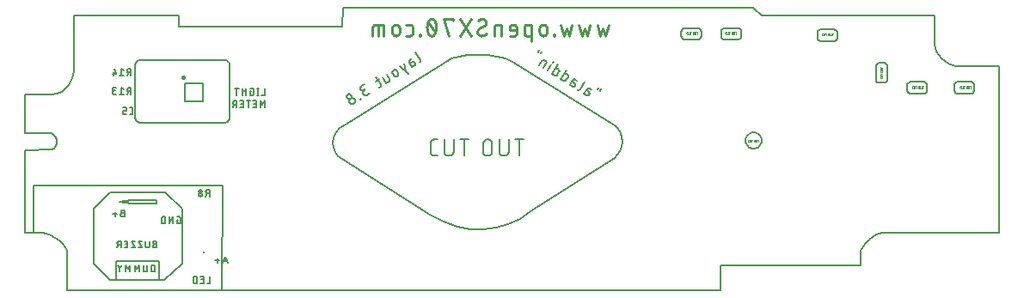
<source format=gbo>
G75*
%MOIN*%
%OFA0B0*%
%FSLAX25Y25*%
%IPPOS*%
%LPD*%
%AMOC8*
5,1,8,0,0,1.08239X$1,22.5*
%
%ADD10C,0.00600*%
%ADD11C,0.00500*%
%ADD12C,0.00800*%
%ADD13C,0.00000*%
%ADD14C,0.01100*%
%ADD15R,0.00787X0.00787*%
%ADD16C,0.01200*%
D10*
X0017703Y0038877D02*
X0017703Y0053068D01*
X0017473Y0054223D01*
X0016826Y0055511D01*
X0015826Y0056843D01*
X0014540Y0058131D01*
X0013031Y0059287D01*
X0011367Y0060221D01*
X0009609Y0060847D01*
X0007826Y0061075D01*
X0001300Y0061075D01*
X0001300Y0093285D01*
X0011489Y0093363D01*
X0012380Y0093845D01*
X0013016Y0094600D01*
X0013395Y0095536D01*
X0013520Y0096561D01*
X0013391Y0097585D01*
X0013008Y0098513D01*
X0012374Y0099256D01*
X0011489Y0099720D01*
X0001300Y0099735D01*
X0001300Y0114803D02*
X0011489Y0114803D01*
X0013651Y0115090D01*
X0015486Y0115887D01*
X0017005Y0117096D01*
X0018220Y0118620D01*
X0019144Y0120362D01*
X0019789Y0122225D01*
X0020167Y0124111D01*
X0020291Y0125924D01*
X0020291Y0145461D01*
X0045202Y0128078D02*
X0045592Y0128199D01*
X0046011Y0128242D01*
X0078563Y0128242D01*
X0078982Y0128199D01*
X0079372Y0128078D01*
X0079726Y0127885D01*
X0080035Y0127630D01*
X0080289Y0127321D01*
X0080482Y0126968D01*
X0080604Y0126577D01*
X0080646Y0126159D01*
X0080646Y0105976D01*
X0080604Y0105558D01*
X0080482Y0105167D01*
X0080289Y0104813D01*
X0080035Y0104505D01*
X0079726Y0104250D01*
X0079372Y0104057D01*
X0078982Y0103935D01*
X0078563Y0103893D01*
X0046011Y0103893D01*
X0045592Y0103935D01*
X0045202Y0104057D01*
X0044848Y0104250D01*
X0044539Y0104505D01*
X0044285Y0104813D01*
X0044092Y0105167D01*
X0043970Y0105558D01*
X0043928Y0105976D01*
X0043928Y0126159D01*
X0043970Y0126577D01*
X0044092Y0126968D01*
X0044285Y0127321D01*
X0044539Y0127630D01*
X0044848Y0127885D01*
X0045202Y0128078D01*
X0042272Y0124858D02*
X0041550Y0124858D01*
X0042272Y0124858D02*
X0042272Y0122258D01*
X0042272Y0123414D02*
X0041550Y0123414D01*
X0041405Y0123414D02*
X0040827Y0122258D01*
X0039423Y0122258D02*
X0037978Y0122258D01*
X0038701Y0122258D02*
X0038701Y0124858D01*
X0039423Y0124281D01*
X0041550Y0124858D02*
X0041497Y0124856D01*
X0041445Y0124850D01*
X0041393Y0124841D01*
X0041342Y0124827D01*
X0041292Y0124810D01*
X0041244Y0124790D01*
X0041197Y0124766D01*
X0041152Y0124738D01*
X0041109Y0124707D01*
X0041068Y0124674D01*
X0041030Y0124637D01*
X0040995Y0124598D01*
X0040963Y0124556D01*
X0040934Y0124512D01*
X0040908Y0124466D01*
X0040886Y0124418D01*
X0040867Y0124369D01*
X0040851Y0124319D01*
X0040840Y0124267D01*
X0040832Y0124215D01*
X0040828Y0124162D01*
X0040828Y0124110D01*
X0040832Y0124057D01*
X0040840Y0124005D01*
X0040851Y0123953D01*
X0040867Y0123903D01*
X0040886Y0123854D01*
X0040908Y0123806D01*
X0040934Y0123760D01*
X0040963Y0123716D01*
X0040995Y0123674D01*
X0041030Y0123635D01*
X0041068Y0123598D01*
X0041109Y0123565D01*
X0041152Y0123534D01*
X0041197Y0123506D01*
X0041244Y0123482D01*
X0041292Y0123462D01*
X0041342Y0123445D01*
X0041393Y0123431D01*
X0041445Y0123422D01*
X0041497Y0123416D01*
X0041550Y0123414D01*
X0036543Y0122836D02*
X0035965Y0124858D01*
X0035532Y0123414D02*
X0035532Y0122258D01*
X0035098Y0122836D02*
X0036543Y0122836D01*
X0036543Y0117483D02*
X0035676Y0117483D01*
X0035676Y0117484D02*
X0035629Y0117482D01*
X0035583Y0117477D01*
X0035538Y0117467D01*
X0035493Y0117454D01*
X0035449Y0117438D01*
X0035407Y0117418D01*
X0035367Y0117395D01*
X0035329Y0117368D01*
X0035293Y0117339D01*
X0035259Y0117306D01*
X0035228Y0117272D01*
X0035200Y0117234D01*
X0035175Y0117195D01*
X0035154Y0117154D01*
X0035136Y0117111D01*
X0035121Y0117067D01*
X0035110Y0117022D01*
X0035102Y0116976D01*
X0035098Y0116929D01*
X0035098Y0116883D01*
X0035102Y0116836D01*
X0035110Y0116790D01*
X0035121Y0116745D01*
X0035136Y0116701D01*
X0035154Y0116658D01*
X0035175Y0116617D01*
X0035200Y0116578D01*
X0035228Y0116540D01*
X0035259Y0116506D01*
X0035293Y0116473D01*
X0035329Y0116444D01*
X0035367Y0116417D01*
X0035407Y0116394D01*
X0035449Y0116374D01*
X0035493Y0116358D01*
X0035538Y0116345D01*
X0035583Y0116335D01*
X0035629Y0116330D01*
X0035676Y0116328D01*
X0036254Y0116328D01*
X0035821Y0116328D02*
X0035768Y0116326D01*
X0035716Y0116320D01*
X0035664Y0116311D01*
X0035613Y0116297D01*
X0035563Y0116280D01*
X0035515Y0116260D01*
X0035468Y0116236D01*
X0035423Y0116208D01*
X0035380Y0116177D01*
X0035339Y0116144D01*
X0035301Y0116107D01*
X0035266Y0116068D01*
X0035234Y0116026D01*
X0035205Y0115982D01*
X0035179Y0115936D01*
X0035157Y0115888D01*
X0035138Y0115839D01*
X0035122Y0115789D01*
X0035111Y0115737D01*
X0035103Y0115685D01*
X0035099Y0115632D01*
X0035099Y0115580D01*
X0035103Y0115527D01*
X0035111Y0115475D01*
X0035122Y0115423D01*
X0035138Y0115373D01*
X0035157Y0115324D01*
X0035179Y0115276D01*
X0035205Y0115230D01*
X0035234Y0115186D01*
X0035266Y0115144D01*
X0035301Y0115105D01*
X0035339Y0115068D01*
X0035380Y0115035D01*
X0035423Y0115004D01*
X0035468Y0114976D01*
X0035515Y0114952D01*
X0035563Y0114932D01*
X0035613Y0114915D01*
X0035664Y0114901D01*
X0035716Y0114892D01*
X0035768Y0114886D01*
X0035821Y0114884D01*
X0035821Y0114883D02*
X0036543Y0114883D01*
X0037978Y0114883D02*
X0039423Y0114883D01*
X0038701Y0114883D02*
X0038701Y0117483D01*
X0039423Y0116906D01*
X0041550Y0117483D02*
X0041497Y0117481D01*
X0041445Y0117475D01*
X0041393Y0117466D01*
X0041342Y0117452D01*
X0041292Y0117435D01*
X0041244Y0117415D01*
X0041197Y0117391D01*
X0041152Y0117363D01*
X0041109Y0117332D01*
X0041068Y0117299D01*
X0041030Y0117262D01*
X0040995Y0117223D01*
X0040963Y0117181D01*
X0040934Y0117137D01*
X0040908Y0117091D01*
X0040886Y0117043D01*
X0040867Y0116994D01*
X0040851Y0116944D01*
X0040840Y0116892D01*
X0040832Y0116840D01*
X0040828Y0116787D01*
X0040828Y0116735D01*
X0040832Y0116682D01*
X0040840Y0116630D01*
X0040851Y0116578D01*
X0040867Y0116528D01*
X0040886Y0116479D01*
X0040908Y0116431D01*
X0040934Y0116385D01*
X0040963Y0116341D01*
X0040995Y0116299D01*
X0041030Y0116260D01*
X0041068Y0116223D01*
X0041109Y0116190D01*
X0041152Y0116159D01*
X0041197Y0116131D01*
X0041244Y0116107D01*
X0041292Y0116087D01*
X0041342Y0116070D01*
X0041393Y0116056D01*
X0041445Y0116047D01*
X0041497Y0116041D01*
X0041550Y0116039D01*
X0042272Y0116039D01*
X0041405Y0116039D02*
X0040827Y0114883D01*
X0042272Y0114883D02*
X0042272Y0117483D01*
X0041550Y0117483D01*
X0041846Y0109733D02*
X0042423Y0109733D01*
X0042423Y0109734D02*
X0042471Y0109732D01*
X0042518Y0109726D01*
X0042565Y0109716D01*
X0042611Y0109703D01*
X0042655Y0109685D01*
X0042698Y0109664D01*
X0042739Y0109640D01*
X0042778Y0109612D01*
X0042814Y0109581D01*
X0042848Y0109547D01*
X0042879Y0109511D01*
X0042907Y0109472D01*
X0042931Y0109431D01*
X0042952Y0109388D01*
X0042970Y0109344D01*
X0042983Y0109298D01*
X0042993Y0109251D01*
X0042999Y0109204D01*
X0043001Y0109156D01*
X0043001Y0107711D01*
X0042999Y0107666D01*
X0042994Y0107621D01*
X0042985Y0107576D01*
X0042973Y0107532D01*
X0042957Y0107490D01*
X0042938Y0107449D01*
X0042916Y0107409D01*
X0042891Y0107371D01*
X0042863Y0107336D01*
X0042832Y0107302D01*
X0042798Y0107271D01*
X0042763Y0107243D01*
X0042725Y0107218D01*
X0042685Y0107196D01*
X0042644Y0107177D01*
X0042602Y0107161D01*
X0042558Y0107149D01*
X0042513Y0107140D01*
X0042468Y0107135D01*
X0042423Y0107133D01*
X0041846Y0107133D01*
X0040587Y0107133D02*
X0039720Y0107133D01*
X0039672Y0107135D01*
X0039625Y0107141D01*
X0039578Y0107151D01*
X0039532Y0107164D01*
X0039488Y0107182D01*
X0039445Y0107203D01*
X0039404Y0107227D01*
X0039365Y0107255D01*
X0039329Y0107286D01*
X0039295Y0107320D01*
X0039264Y0107356D01*
X0039236Y0107395D01*
X0039212Y0107436D01*
X0039191Y0107479D01*
X0039173Y0107523D01*
X0039160Y0107569D01*
X0039150Y0107616D01*
X0039144Y0107663D01*
X0039142Y0107711D01*
X0039143Y0107711D02*
X0039143Y0108000D01*
X0039142Y0108000D02*
X0039144Y0108045D01*
X0039149Y0108090D01*
X0039158Y0108135D01*
X0039170Y0108179D01*
X0039186Y0108221D01*
X0039205Y0108262D01*
X0039227Y0108302D01*
X0039252Y0108340D01*
X0039280Y0108375D01*
X0039311Y0108409D01*
X0039345Y0108440D01*
X0039380Y0108468D01*
X0039418Y0108493D01*
X0039458Y0108515D01*
X0039499Y0108534D01*
X0039541Y0108550D01*
X0039585Y0108562D01*
X0039630Y0108571D01*
X0039675Y0108576D01*
X0039720Y0108578D01*
X0040587Y0108578D01*
X0040587Y0109733D01*
X0039143Y0109733D01*
X0081775Y0109758D02*
X0082353Y0110914D01*
X0082497Y0110914D02*
X0083219Y0110914D01*
X0082497Y0110914D02*
X0082444Y0110916D01*
X0082392Y0110922D01*
X0082340Y0110931D01*
X0082289Y0110945D01*
X0082239Y0110962D01*
X0082191Y0110982D01*
X0082144Y0111006D01*
X0082099Y0111034D01*
X0082056Y0111065D01*
X0082015Y0111098D01*
X0081977Y0111135D01*
X0081942Y0111174D01*
X0081910Y0111216D01*
X0081881Y0111260D01*
X0081855Y0111306D01*
X0081833Y0111354D01*
X0081814Y0111403D01*
X0081798Y0111453D01*
X0081787Y0111505D01*
X0081779Y0111557D01*
X0081775Y0111610D01*
X0081775Y0111662D01*
X0081779Y0111715D01*
X0081787Y0111767D01*
X0081798Y0111819D01*
X0081814Y0111869D01*
X0081833Y0111918D01*
X0081855Y0111966D01*
X0081881Y0112012D01*
X0081910Y0112056D01*
X0081942Y0112098D01*
X0081977Y0112137D01*
X0082015Y0112174D01*
X0082056Y0112207D01*
X0082099Y0112238D01*
X0082144Y0112266D01*
X0082191Y0112290D01*
X0082239Y0112310D01*
X0082289Y0112327D01*
X0082340Y0112341D01*
X0082392Y0112350D01*
X0082444Y0112356D01*
X0082497Y0112358D01*
X0083219Y0112358D01*
X0083219Y0109758D01*
X0084581Y0109758D02*
X0085737Y0109758D01*
X0085737Y0112358D01*
X0084581Y0112358D01*
X0084870Y0111203D02*
X0085737Y0111203D01*
X0087086Y0112358D02*
X0088530Y0112358D01*
X0087808Y0112358D02*
X0087808Y0109758D01*
X0089573Y0109758D02*
X0090729Y0109758D01*
X0090729Y0112358D01*
X0089573Y0112358D01*
X0089862Y0111203D02*
X0090729Y0111203D01*
X0092414Y0112358D02*
X0093280Y0110914D01*
X0094147Y0112358D01*
X0094147Y0109758D01*
X0092414Y0109758D02*
X0092414Y0112358D01*
X0091899Y0114558D02*
X0091321Y0114558D01*
X0091610Y0114558D02*
X0091610Y0117158D01*
X0091899Y0117158D02*
X0091321Y0117158D01*
X0089932Y0116581D02*
X0089932Y0115136D01*
X0089933Y0115136D02*
X0089931Y0115091D01*
X0089926Y0115046D01*
X0089917Y0115001D01*
X0089905Y0114957D01*
X0089889Y0114915D01*
X0089870Y0114874D01*
X0089848Y0114834D01*
X0089823Y0114796D01*
X0089795Y0114761D01*
X0089764Y0114727D01*
X0089730Y0114696D01*
X0089695Y0114668D01*
X0089657Y0114643D01*
X0089617Y0114621D01*
X0089576Y0114602D01*
X0089534Y0114586D01*
X0089490Y0114574D01*
X0089445Y0114565D01*
X0089400Y0114560D01*
X0089355Y0114558D01*
X0088488Y0114558D01*
X0088488Y0116003D01*
X0088921Y0116003D01*
X0089933Y0116581D02*
X0089931Y0116629D01*
X0089925Y0116676D01*
X0089915Y0116723D01*
X0089902Y0116769D01*
X0089884Y0116813D01*
X0089863Y0116856D01*
X0089839Y0116897D01*
X0089811Y0116936D01*
X0089780Y0116972D01*
X0089746Y0117006D01*
X0089710Y0117037D01*
X0089671Y0117065D01*
X0089630Y0117089D01*
X0089587Y0117110D01*
X0089543Y0117128D01*
X0089497Y0117141D01*
X0089450Y0117151D01*
X0089403Y0117157D01*
X0089355Y0117159D01*
X0089355Y0117158D02*
X0088488Y0117158D01*
X0086860Y0117158D02*
X0086860Y0114558D01*
X0085416Y0114558D02*
X0085416Y0117158D01*
X0085416Y0116003D02*
X0086860Y0116003D01*
X0084076Y0117158D02*
X0082632Y0117158D01*
X0083354Y0117158D02*
X0083354Y0114558D01*
X0092991Y0114558D02*
X0094147Y0114558D01*
X0094147Y0117158D01*
X0121857Y0099993D02*
X0123317Y0101738D01*
X0125405Y0103236D01*
X0164671Y0127595D01*
X0166698Y0128721D01*
X0169574Y0129549D01*
X0173041Y0130067D01*
X0176836Y0130263D01*
X0180700Y0130126D01*
X0184372Y0129643D01*
X0187592Y0128804D01*
X0190100Y0127595D01*
X0229833Y0102771D01*
X0231257Y0101475D01*
X0232183Y0099923D01*
X0232659Y0098204D01*
X0232729Y0096404D01*
X0232442Y0094612D01*
X0231843Y0092915D01*
X0230978Y0091402D01*
X0229895Y0090159D01*
X0197289Y0069447D01*
X0193079Y0066639D01*
X0188596Y0064518D01*
X0183880Y0063119D01*
X0178974Y0062478D01*
X0173919Y0062628D01*
X0168754Y0063607D01*
X0163523Y0065449D01*
X0158265Y0068189D01*
X0124225Y0089783D01*
X0122690Y0090966D01*
X0121562Y0092486D01*
X0120878Y0094247D01*
X0120674Y0096150D01*
X0120989Y0098097D01*
X0121857Y0099993D01*
X0158497Y0095986D02*
X0158497Y0092431D01*
X0158499Y0092357D01*
X0158505Y0092282D01*
X0158515Y0092209D01*
X0158528Y0092135D01*
X0158545Y0092063D01*
X0158567Y0091992D01*
X0158591Y0091921D01*
X0158620Y0091853D01*
X0158652Y0091785D01*
X0158688Y0091720D01*
X0158726Y0091657D01*
X0158769Y0091595D01*
X0158814Y0091536D01*
X0158862Y0091479D01*
X0158913Y0091425D01*
X0158967Y0091374D01*
X0159024Y0091326D01*
X0159083Y0091281D01*
X0159145Y0091238D01*
X0159208Y0091200D01*
X0159273Y0091164D01*
X0159341Y0091132D01*
X0159409Y0091103D01*
X0159480Y0091079D01*
X0159551Y0091057D01*
X0159623Y0091040D01*
X0159697Y0091027D01*
X0159770Y0091017D01*
X0159845Y0091011D01*
X0159919Y0091009D01*
X0159919Y0091008D02*
X0161341Y0091008D01*
X0163846Y0092786D02*
X0163846Y0097408D01*
X0161341Y0097408D02*
X0159919Y0097408D01*
X0159845Y0097406D01*
X0159770Y0097400D01*
X0159697Y0097390D01*
X0159623Y0097377D01*
X0159551Y0097360D01*
X0159480Y0097338D01*
X0159409Y0097314D01*
X0159341Y0097285D01*
X0159273Y0097253D01*
X0159208Y0097217D01*
X0159145Y0097179D01*
X0159083Y0097136D01*
X0159024Y0097091D01*
X0158967Y0097043D01*
X0158913Y0096992D01*
X0158862Y0096937D01*
X0158814Y0096881D01*
X0158769Y0096822D01*
X0158726Y0096760D01*
X0158688Y0096697D01*
X0158652Y0096632D01*
X0158620Y0096564D01*
X0158591Y0096496D01*
X0158567Y0096425D01*
X0158545Y0096354D01*
X0158528Y0096282D01*
X0158515Y0096208D01*
X0158505Y0096135D01*
X0158499Y0096060D01*
X0158497Y0095986D01*
X0163846Y0092786D02*
X0163848Y0092703D01*
X0163854Y0092620D01*
X0163864Y0092537D01*
X0163877Y0092454D01*
X0163895Y0092373D01*
X0163916Y0092292D01*
X0163941Y0092213D01*
X0163970Y0092135D01*
X0164002Y0092058D01*
X0164038Y0091983D01*
X0164077Y0091909D01*
X0164120Y0091838D01*
X0164166Y0091768D01*
X0164216Y0091701D01*
X0164268Y0091636D01*
X0164323Y0091574D01*
X0164382Y0091514D01*
X0164443Y0091457D01*
X0164506Y0091403D01*
X0164572Y0091352D01*
X0164641Y0091305D01*
X0164711Y0091260D01*
X0164784Y0091219D01*
X0164858Y0091182D01*
X0164934Y0091147D01*
X0165012Y0091117D01*
X0165090Y0091090D01*
X0165171Y0091067D01*
X0165252Y0091047D01*
X0165334Y0091032D01*
X0165416Y0091020D01*
X0165499Y0091012D01*
X0165582Y0091008D01*
X0165666Y0091008D01*
X0165749Y0091012D01*
X0165832Y0091020D01*
X0165914Y0091032D01*
X0165996Y0091047D01*
X0166077Y0091067D01*
X0166158Y0091090D01*
X0166236Y0091117D01*
X0166314Y0091147D01*
X0166390Y0091182D01*
X0166464Y0091219D01*
X0166537Y0091260D01*
X0166607Y0091305D01*
X0166676Y0091352D01*
X0166742Y0091403D01*
X0166805Y0091457D01*
X0166866Y0091514D01*
X0166925Y0091574D01*
X0166980Y0091636D01*
X0167032Y0091701D01*
X0167082Y0091768D01*
X0167128Y0091838D01*
X0167171Y0091909D01*
X0167210Y0091983D01*
X0167246Y0092058D01*
X0167278Y0092135D01*
X0167307Y0092213D01*
X0167332Y0092292D01*
X0167353Y0092373D01*
X0167371Y0092454D01*
X0167384Y0092537D01*
X0167394Y0092620D01*
X0167400Y0092703D01*
X0167402Y0092786D01*
X0167401Y0092786D02*
X0167401Y0097408D01*
X0169795Y0097408D02*
X0173350Y0097408D01*
X0171573Y0097408D02*
X0171573Y0091008D01*
X0178821Y0092786D02*
X0178821Y0095631D01*
X0178820Y0095631D02*
X0178822Y0095714D01*
X0178828Y0095797D01*
X0178838Y0095880D01*
X0178851Y0095963D01*
X0178869Y0096044D01*
X0178890Y0096125D01*
X0178915Y0096204D01*
X0178944Y0096282D01*
X0178976Y0096359D01*
X0179012Y0096434D01*
X0179051Y0096508D01*
X0179094Y0096579D01*
X0179140Y0096649D01*
X0179190Y0096716D01*
X0179242Y0096781D01*
X0179297Y0096843D01*
X0179356Y0096903D01*
X0179417Y0096960D01*
X0179480Y0097014D01*
X0179546Y0097065D01*
X0179615Y0097112D01*
X0179685Y0097157D01*
X0179758Y0097198D01*
X0179832Y0097235D01*
X0179908Y0097270D01*
X0179986Y0097300D01*
X0180064Y0097327D01*
X0180145Y0097350D01*
X0180226Y0097370D01*
X0180308Y0097385D01*
X0180390Y0097397D01*
X0180473Y0097405D01*
X0180556Y0097409D01*
X0180640Y0097409D01*
X0180723Y0097405D01*
X0180806Y0097397D01*
X0180888Y0097385D01*
X0180970Y0097370D01*
X0181051Y0097350D01*
X0181132Y0097327D01*
X0181210Y0097300D01*
X0181288Y0097270D01*
X0181364Y0097235D01*
X0181438Y0097198D01*
X0181511Y0097157D01*
X0181581Y0097112D01*
X0181650Y0097065D01*
X0181716Y0097014D01*
X0181779Y0096960D01*
X0181840Y0096903D01*
X0181899Y0096843D01*
X0181954Y0096781D01*
X0182006Y0096716D01*
X0182056Y0096649D01*
X0182102Y0096579D01*
X0182145Y0096508D01*
X0182184Y0096434D01*
X0182220Y0096359D01*
X0182252Y0096282D01*
X0182281Y0096204D01*
X0182306Y0096125D01*
X0182327Y0096044D01*
X0182345Y0095963D01*
X0182358Y0095880D01*
X0182368Y0095797D01*
X0182374Y0095714D01*
X0182376Y0095631D01*
X0182376Y0092786D01*
X0182374Y0092703D01*
X0182368Y0092620D01*
X0182358Y0092537D01*
X0182345Y0092454D01*
X0182327Y0092373D01*
X0182306Y0092292D01*
X0182281Y0092213D01*
X0182252Y0092135D01*
X0182220Y0092058D01*
X0182184Y0091983D01*
X0182145Y0091909D01*
X0182102Y0091838D01*
X0182056Y0091768D01*
X0182006Y0091701D01*
X0181954Y0091636D01*
X0181899Y0091574D01*
X0181840Y0091514D01*
X0181779Y0091457D01*
X0181716Y0091403D01*
X0181650Y0091352D01*
X0181581Y0091305D01*
X0181511Y0091260D01*
X0181438Y0091219D01*
X0181364Y0091182D01*
X0181288Y0091147D01*
X0181210Y0091117D01*
X0181132Y0091090D01*
X0181051Y0091067D01*
X0180970Y0091047D01*
X0180888Y0091032D01*
X0180806Y0091020D01*
X0180723Y0091012D01*
X0180640Y0091008D01*
X0180556Y0091008D01*
X0180473Y0091012D01*
X0180390Y0091020D01*
X0180308Y0091032D01*
X0180226Y0091047D01*
X0180145Y0091067D01*
X0180064Y0091090D01*
X0179986Y0091117D01*
X0179908Y0091147D01*
X0179832Y0091182D01*
X0179758Y0091219D01*
X0179685Y0091260D01*
X0179615Y0091305D01*
X0179546Y0091352D01*
X0179480Y0091403D01*
X0179417Y0091457D01*
X0179356Y0091514D01*
X0179297Y0091574D01*
X0179242Y0091636D01*
X0179190Y0091701D01*
X0179140Y0091768D01*
X0179094Y0091838D01*
X0179051Y0091909D01*
X0179012Y0091983D01*
X0178976Y0092058D01*
X0178944Y0092135D01*
X0178915Y0092213D01*
X0178890Y0092292D01*
X0178869Y0092373D01*
X0178851Y0092454D01*
X0178838Y0092537D01*
X0178828Y0092620D01*
X0178822Y0092703D01*
X0178820Y0092786D01*
X0185180Y0092786D02*
X0185180Y0097408D01*
X0188735Y0097408D02*
X0188735Y0092786D01*
X0188736Y0092786D02*
X0188734Y0092703D01*
X0188728Y0092620D01*
X0188718Y0092537D01*
X0188705Y0092454D01*
X0188687Y0092373D01*
X0188666Y0092292D01*
X0188641Y0092213D01*
X0188612Y0092135D01*
X0188580Y0092058D01*
X0188544Y0091983D01*
X0188505Y0091909D01*
X0188462Y0091838D01*
X0188416Y0091768D01*
X0188366Y0091701D01*
X0188314Y0091636D01*
X0188259Y0091574D01*
X0188200Y0091514D01*
X0188139Y0091457D01*
X0188076Y0091403D01*
X0188010Y0091352D01*
X0187941Y0091305D01*
X0187871Y0091260D01*
X0187798Y0091219D01*
X0187724Y0091182D01*
X0187648Y0091147D01*
X0187570Y0091117D01*
X0187492Y0091090D01*
X0187411Y0091067D01*
X0187330Y0091047D01*
X0187248Y0091032D01*
X0187166Y0091020D01*
X0187083Y0091012D01*
X0187000Y0091008D01*
X0186916Y0091008D01*
X0186833Y0091012D01*
X0186750Y0091020D01*
X0186668Y0091032D01*
X0186586Y0091047D01*
X0186505Y0091067D01*
X0186424Y0091090D01*
X0186346Y0091117D01*
X0186268Y0091147D01*
X0186192Y0091182D01*
X0186118Y0091219D01*
X0186045Y0091260D01*
X0185975Y0091305D01*
X0185906Y0091352D01*
X0185840Y0091403D01*
X0185777Y0091457D01*
X0185716Y0091514D01*
X0185657Y0091574D01*
X0185602Y0091636D01*
X0185550Y0091701D01*
X0185500Y0091768D01*
X0185454Y0091838D01*
X0185411Y0091909D01*
X0185372Y0091983D01*
X0185336Y0092058D01*
X0185304Y0092135D01*
X0185275Y0092213D01*
X0185250Y0092292D01*
X0185229Y0092373D01*
X0185211Y0092454D01*
X0185198Y0092537D01*
X0185188Y0092620D01*
X0185182Y0092703D01*
X0185180Y0092786D01*
X0191129Y0097408D02*
X0194684Y0097408D01*
X0192907Y0097408D02*
X0192907Y0091008D01*
X0280525Y0096924D02*
X0280586Y0096310D01*
X0280765Y0095719D01*
X0281056Y0095174D01*
X0281448Y0094697D01*
X0281925Y0094305D01*
X0282469Y0094014D01*
X0283060Y0093835D01*
X0283675Y0093774D01*
X0284289Y0093835D01*
X0284880Y0094014D01*
X0285425Y0094305D01*
X0285902Y0094697D01*
X0286294Y0095174D01*
X0286585Y0095719D01*
X0286764Y0096310D01*
X0286824Y0096924D01*
X0286764Y0097539D01*
X0286585Y0098129D01*
X0286294Y0098674D01*
X0285902Y0099151D01*
X0285425Y0099543D01*
X0284880Y0099834D01*
X0284289Y0100013D01*
X0283675Y0100074D01*
X0283060Y0100013D01*
X0282469Y0099834D01*
X0281925Y0099543D01*
X0281448Y0099151D01*
X0281056Y0098674D01*
X0280765Y0098129D01*
X0280586Y0097539D01*
X0280525Y0096924D01*
X0280589Y0097559D01*
X0280773Y0098150D01*
X0281063Y0098685D01*
X0281448Y0099151D01*
X0281914Y0099536D01*
X0282449Y0099826D01*
X0283040Y0100010D01*
X0283675Y0100074D01*
X0284309Y0100010D01*
X0284901Y0099826D01*
X0285436Y0099536D01*
X0285902Y0099151D01*
X0286287Y0098685D01*
X0286577Y0098150D01*
X0286760Y0097559D01*
X0286824Y0096924D01*
X0286760Y0096289D01*
X0286577Y0095698D01*
X0286287Y0095163D01*
X0285902Y0094697D01*
X0285436Y0094312D01*
X0284901Y0094022D01*
X0284309Y0093839D01*
X0283675Y0093774D01*
X0283040Y0093839D01*
X0282449Y0094022D01*
X0281914Y0094312D01*
X0281448Y0094697D01*
X0281063Y0095163D01*
X0280773Y0095698D01*
X0280589Y0096289D01*
X0280525Y0096924D01*
X0331167Y0120130D02*
X0331091Y0120375D01*
X0331064Y0120638D01*
X0331064Y0125715D01*
X0331091Y0125978D01*
X0331167Y0126223D01*
X0331288Y0126445D01*
X0331448Y0126639D01*
X0331642Y0126799D01*
X0331865Y0126920D01*
X0332109Y0126996D01*
X0332372Y0127023D01*
X0334256Y0127023D01*
X0334519Y0126996D01*
X0334765Y0126920D01*
X0334987Y0126799D01*
X0335181Y0126639D01*
X0335341Y0126445D01*
X0335462Y0126223D01*
X0335538Y0125978D01*
X0335565Y0125715D01*
X0335565Y0120638D01*
X0335538Y0120375D01*
X0335462Y0120130D01*
X0335341Y0119908D01*
X0335181Y0119714D01*
X0334987Y0119554D01*
X0334765Y0119433D01*
X0334519Y0119357D01*
X0334256Y0119330D01*
X0332372Y0119330D01*
X0332109Y0119357D01*
X0331865Y0119433D01*
X0331642Y0119554D01*
X0331448Y0119714D01*
X0331288Y0119908D01*
X0331167Y0120130D01*
X0343280Y0118639D02*
X0343356Y0118884D01*
X0343477Y0119106D01*
X0343637Y0119300D01*
X0343831Y0119460D01*
X0344053Y0119581D01*
X0344298Y0119658D01*
X0344561Y0119684D01*
X0349637Y0119684D01*
X0349900Y0119658D01*
X0350145Y0119581D01*
X0350368Y0119460D01*
X0350561Y0119300D01*
X0350722Y0119106D01*
X0350843Y0118884D01*
X0350919Y0118639D01*
X0350946Y0118376D01*
X0350946Y0116492D01*
X0350919Y0116229D01*
X0350843Y0115984D01*
X0350722Y0115761D01*
X0350561Y0115567D01*
X0350368Y0115407D01*
X0350145Y0115286D01*
X0349900Y0115210D01*
X0349637Y0115183D01*
X0344561Y0115183D01*
X0344298Y0115210D01*
X0344053Y0115286D01*
X0343831Y0115407D01*
X0343637Y0115567D01*
X0343477Y0115761D01*
X0343356Y0115984D01*
X0343280Y0116229D01*
X0343253Y0116492D01*
X0343253Y0118376D01*
X0343280Y0118639D01*
X0359276Y0126796D02*
X0360773Y0126160D01*
X0362309Y0125929D01*
X0362585Y0125935D01*
X0378794Y0125924D01*
X0378794Y0061075D01*
X0333600Y0061075D01*
X0332610Y0060907D01*
X0331351Y0060421D01*
X0329946Y0059641D01*
X0328519Y0058595D01*
X0327194Y0057307D01*
X0326094Y0055804D01*
X0325344Y0054111D01*
X0325066Y0052254D01*
X0325066Y0048361D01*
X0270858Y0048361D01*
X0270858Y0038877D01*
X0017703Y0038877D01*
X0037965Y0046008D02*
X0037965Y0047381D01*
X0037098Y0048608D01*
X0037965Y0047381D02*
X0038831Y0048608D01*
X0040266Y0048608D02*
X0041133Y0047164D01*
X0041999Y0048608D01*
X0041999Y0046008D01*
X0043722Y0046008D02*
X0043722Y0048608D01*
X0044589Y0047164D01*
X0045455Y0048608D01*
X0045455Y0046008D01*
X0047130Y0046731D02*
X0047130Y0048608D01*
X0048575Y0048608D02*
X0048575Y0046731D01*
X0048573Y0046678D01*
X0048567Y0046626D01*
X0048558Y0046574D01*
X0048544Y0046523D01*
X0048527Y0046473D01*
X0048507Y0046425D01*
X0048483Y0046378D01*
X0048455Y0046333D01*
X0048424Y0046290D01*
X0048391Y0046249D01*
X0048354Y0046211D01*
X0048315Y0046176D01*
X0048273Y0046144D01*
X0048229Y0046115D01*
X0048183Y0046089D01*
X0048135Y0046067D01*
X0048086Y0046048D01*
X0048036Y0046032D01*
X0047984Y0046021D01*
X0047932Y0046013D01*
X0047879Y0046009D01*
X0047827Y0046009D01*
X0047774Y0046013D01*
X0047722Y0046021D01*
X0047670Y0046032D01*
X0047620Y0046048D01*
X0047571Y0046067D01*
X0047523Y0046089D01*
X0047477Y0046115D01*
X0047433Y0046144D01*
X0047391Y0046176D01*
X0047352Y0046211D01*
X0047315Y0046249D01*
X0047282Y0046290D01*
X0047251Y0046333D01*
X0047223Y0046378D01*
X0047199Y0046425D01*
X0047179Y0046473D01*
X0047162Y0046523D01*
X0047148Y0046574D01*
X0047139Y0046626D01*
X0047133Y0046678D01*
X0047131Y0046731D01*
X0050202Y0046731D02*
X0050202Y0047886D01*
X0050203Y0047886D02*
X0050205Y0047938D01*
X0050210Y0047989D01*
X0050219Y0048039D01*
X0050232Y0048089D01*
X0050249Y0048138D01*
X0050268Y0048186D01*
X0050291Y0048232D01*
X0050318Y0048276D01*
X0050347Y0048319D01*
X0050379Y0048359D01*
X0050414Y0048397D01*
X0050452Y0048432D01*
X0050492Y0048464D01*
X0050535Y0048493D01*
X0050579Y0048520D01*
X0050625Y0048543D01*
X0050673Y0048562D01*
X0050722Y0048579D01*
X0050772Y0048592D01*
X0050822Y0048601D01*
X0050873Y0048606D01*
X0050925Y0048608D01*
X0051647Y0048608D01*
X0051647Y0046008D01*
X0050925Y0046008D01*
X0050925Y0046009D02*
X0050873Y0046011D01*
X0050822Y0046016D01*
X0050772Y0046025D01*
X0050722Y0046038D01*
X0050673Y0046055D01*
X0050625Y0046074D01*
X0050579Y0046097D01*
X0050535Y0046124D01*
X0050492Y0046153D01*
X0050452Y0046185D01*
X0050414Y0046220D01*
X0050379Y0046258D01*
X0050347Y0046298D01*
X0050318Y0046341D01*
X0050291Y0046385D01*
X0050268Y0046431D01*
X0050249Y0046479D01*
X0050232Y0046528D01*
X0050219Y0046578D01*
X0050210Y0046628D01*
X0050205Y0046679D01*
X0050203Y0046731D01*
X0040266Y0046008D02*
X0040266Y0048608D01*
X0039850Y0055383D02*
X0041006Y0055383D01*
X0041006Y0057983D01*
X0039850Y0057983D01*
X0040139Y0056828D02*
X0041006Y0056828D01*
X0042451Y0057983D02*
X0043895Y0055383D01*
X0042451Y0055383D01*
X0042451Y0057983D02*
X0043895Y0057983D01*
X0045139Y0057983D02*
X0046583Y0055383D01*
X0045139Y0055383D01*
X0045139Y0057983D02*
X0046583Y0057983D01*
X0048019Y0057983D02*
X0048019Y0056106D01*
X0048021Y0056053D01*
X0048027Y0056001D01*
X0048036Y0055949D01*
X0048050Y0055898D01*
X0048067Y0055848D01*
X0048087Y0055800D01*
X0048111Y0055753D01*
X0048139Y0055708D01*
X0048170Y0055665D01*
X0048203Y0055624D01*
X0048240Y0055586D01*
X0048279Y0055551D01*
X0048321Y0055519D01*
X0048365Y0055490D01*
X0048411Y0055464D01*
X0048459Y0055442D01*
X0048508Y0055423D01*
X0048558Y0055407D01*
X0048610Y0055396D01*
X0048662Y0055388D01*
X0048715Y0055384D01*
X0048767Y0055384D01*
X0048820Y0055388D01*
X0048872Y0055396D01*
X0048924Y0055407D01*
X0048974Y0055423D01*
X0049023Y0055442D01*
X0049071Y0055464D01*
X0049117Y0055490D01*
X0049161Y0055519D01*
X0049203Y0055551D01*
X0049242Y0055586D01*
X0049279Y0055624D01*
X0049312Y0055665D01*
X0049343Y0055708D01*
X0049371Y0055753D01*
X0049395Y0055800D01*
X0049415Y0055848D01*
X0049432Y0055898D01*
X0049446Y0055949D01*
X0049455Y0056001D01*
X0049461Y0056053D01*
X0049463Y0056106D01*
X0049463Y0057983D01*
X0051550Y0057983D02*
X0052272Y0057983D01*
X0052272Y0055383D01*
X0051550Y0055383D01*
X0051550Y0055384D02*
X0051497Y0055386D01*
X0051445Y0055392D01*
X0051393Y0055401D01*
X0051342Y0055415D01*
X0051292Y0055432D01*
X0051244Y0055452D01*
X0051197Y0055476D01*
X0051152Y0055504D01*
X0051109Y0055535D01*
X0051068Y0055568D01*
X0051030Y0055605D01*
X0050995Y0055644D01*
X0050963Y0055686D01*
X0050934Y0055730D01*
X0050908Y0055776D01*
X0050886Y0055824D01*
X0050867Y0055873D01*
X0050851Y0055923D01*
X0050840Y0055975D01*
X0050832Y0056027D01*
X0050828Y0056080D01*
X0050828Y0056132D01*
X0050832Y0056185D01*
X0050840Y0056237D01*
X0050851Y0056289D01*
X0050867Y0056339D01*
X0050886Y0056388D01*
X0050908Y0056436D01*
X0050934Y0056482D01*
X0050963Y0056526D01*
X0050995Y0056568D01*
X0051030Y0056607D01*
X0051068Y0056644D01*
X0051109Y0056677D01*
X0051152Y0056708D01*
X0051197Y0056736D01*
X0051244Y0056760D01*
X0051292Y0056780D01*
X0051342Y0056797D01*
X0051393Y0056811D01*
X0051445Y0056820D01*
X0051497Y0056826D01*
X0051550Y0056828D01*
X0052272Y0056828D01*
X0051550Y0056828D02*
X0051503Y0056830D01*
X0051457Y0056835D01*
X0051412Y0056845D01*
X0051367Y0056858D01*
X0051323Y0056874D01*
X0051281Y0056894D01*
X0051241Y0056917D01*
X0051203Y0056944D01*
X0051167Y0056973D01*
X0051133Y0057006D01*
X0051102Y0057040D01*
X0051074Y0057078D01*
X0051049Y0057117D01*
X0051028Y0057158D01*
X0051010Y0057201D01*
X0050995Y0057245D01*
X0050984Y0057290D01*
X0050976Y0057336D01*
X0050972Y0057383D01*
X0050972Y0057429D01*
X0050976Y0057476D01*
X0050984Y0057522D01*
X0050995Y0057567D01*
X0051010Y0057611D01*
X0051028Y0057654D01*
X0051049Y0057695D01*
X0051074Y0057734D01*
X0051102Y0057772D01*
X0051133Y0057806D01*
X0051167Y0057839D01*
X0051203Y0057868D01*
X0051241Y0057895D01*
X0051281Y0057918D01*
X0051323Y0057938D01*
X0051367Y0057954D01*
X0051412Y0057967D01*
X0051457Y0057977D01*
X0051503Y0057982D01*
X0051550Y0057984D01*
X0054781Y0064758D02*
X0055503Y0064758D01*
X0055503Y0067358D01*
X0054781Y0067358D01*
X0054729Y0067356D01*
X0054678Y0067351D01*
X0054628Y0067342D01*
X0054578Y0067329D01*
X0054529Y0067312D01*
X0054481Y0067293D01*
X0054435Y0067270D01*
X0054391Y0067243D01*
X0054348Y0067214D01*
X0054308Y0067182D01*
X0054270Y0067147D01*
X0054235Y0067109D01*
X0054203Y0067069D01*
X0054174Y0067026D01*
X0054147Y0066982D01*
X0054124Y0066936D01*
X0054105Y0066888D01*
X0054088Y0066839D01*
X0054075Y0066789D01*
X0054066Y0066739D01*
X0054061Y0066688D01*
X0054059Y0066636D01*
X0054058Y0066636D02*
X0054058Y0065481D01*
X0054059Y0065481D02*
X0054061Y0065429D01*
X0054066Y0065378D01*
X0054075Y0065328D01*
X0054088Y0065278D01*
X0054105Y0065229D01*
X0054124Y0065181D01*
X0054147Y0065135D01*
X0054174Y0065091D01*
X0054203Y0065048D01*
X0054235Y0065008D01*
X0054270Y0064970D01*
X0054308Y0064935D01*
X0054348Y0064903D01*
X0054391Y0064874D01*
X0054435Y0064847D01*
X0054481Y0064824D01*
X0054529Y0064805D01*
X0054578Y0064788D01*
X0054628Y0064775D01*
X0054678Y0064766D01*
X0054729Y0064761D01*
X0054781Y0064759D01*
X0057130Y0064758D02*
X0057130Y0067358D01*
X0058575Y0067358D02*
X0057130Y0064758D01*
X0058575Y0064758D02*
X0058575Y0067358D01*
X0060202Y0067358D02*
X0061069Y0067358D01*
X0061069Y0067359D02*
X0061117Y0067357D01*
X0061164Y0067351D01*
X0061211Y0067341D01*
X0061257Y0067328D01*
X0061301Y0067310D01*
X0061344Y0067289D01*
X0061385Y0067265D01*
X0061424Y0067237D01*
X0061460Y0067206D01*
X0061494Y0067172D01*
X0061525Y0067136D01*
X0061553Y0067097D01*
X0061577Y0067056D01*
X0061598Y0067013D01*
X0061616Y0066969D01*
X0061629Y0066923D01*
X0061639Y0066876D01*
X0061645Y0066829D01*
X0061647Y0066781D01*
X0061647Y0065336D01*
X0061645Y0065291D01*
X0061640Y0065246D01*
X0061631Y0065201D01*
X0061619Y0065157D01*
X0061603Y0065115D01*
X0061584Y0065074D01*
X0061562Y0065034D01*
X0061537Y0064996D01*
X0061509Y0064961D01*
X0061478Y0064927D01*
X0061444Y0064896D01*
X0061409Y0064868D01*
X0061371Y0064843D01*
X0061331Y0064821D01*
X0061290Y0064802D01*
X0061248Y0064786D01*
X0061204Y0064774D01*
X0061159Y0064765D01*
X0061114Y0064760D01*
X0061069Y0064758D01*
X0060202Y0064758D01*
X0060202Y0066203D01*
X0060636Y0066203D01*
X0068497Y0076031D02*
X0068499Y0075978D01*
X0068505Y0075926D01*
X0068514Y0075874D01*
X0068528Y0075823D01*
X0068545Y0075773D01*
X0068565Y0075725D01*
X0068589Y0075678D01*
X0068617Y0075633D01*
X0068648Y0075590D01*
X0068681Y0075549D01*
X0068718Y0075511D01*
X0068757Y0075476D01*
X0068799Y0075444D01*
X0068843Y0075415D01*
X0068889Y0075389D01*
X0068937Y0075367D01*
X0068986Y0075348D01*
X0069036Y0075332D01*
X0069088Y0075321D01*
X0069140Y0075313D01*
X0069193Y0075309D01*
X0069245Y0075309D01*
X0069298Y0075313D01*
X0069350Y0075321D01*
X0069402Y0075332D01*
X0069452Y0075348D01*
X0069501Y0075367D01*
X0069549Y0075389D01*
X0069595Y0075415D01*
X0069639Y0075444D01*
X0069681Y0075476D01*
X0069720Y0075511D01*
X0069757Y0075549D01*
X0069790Y0075590D01*
X0069821Y0075633D01*
X0069849Y0075678D01*
X0069873Y0075725D01*
X0069893Y0075773D01*
X0069910Y0075823D01*
X0069924Y0075874D01*
X0069933Y0075926D01*
X0069939Y0075978D01*
X0069941Y0076031D01*
X0069939Y0076084D01*
X0069933Y0076136D01*
X0069924Y0076188D01*
X0069910Y0076239D01*
X0069893Y0076289D01*
X0069873Y0076337D01*
X0069849Y0076384D01*
X0069821Y0076429D01*
X0069790Y0076472D01*
X0069757Y0076513D01*
X0069720Y0076551D01*
X0069681Y0076586D01*
X0069639Y0076618D01*
X0069595Y0076647D01*
X0069549Y0076673D01*
X0069501Y0076695D01*
X0069452Y0076714D01*
X0069402Y0076730D01*
X0069350Y0076741D01*
X0069298Y0076749D01*
X0069245Y0076753D01*
X0069193Y0076753D01*
X0069140Y0076749D01*
X0069088Y0076741D01*
X0069036Y0076730D01*
X0068986Y0076714D01*
X0068937Y0076695D01*
X0068889Y0076673D01*
X0068843Y0076647D01*
X0068799Y0076618D01*
X0068757Y0076586D01*
X0068718Y0076551D01*
X0068681Y0076513D01*
X0068648Y0076472D01*
X0068617Y0076429D01*
X0068589Y0076384D01*
X0068565Y0076337D01*
X0068545Y0076289D01*
X0068528Y0076239D01*
X0068514Y0076188D01*
X0068505Y0076136D01*
X0068499Y0076084D01*
X0068497Y0076031D01*
X0068641Y0077331D02*
X0068643Y0077284D01*
X0068648Y0077238D01*
X0068658Y0077193D01*
X0068671Y0077148D01*
X0068687Y0077104D01*
X0068707Y0077062D01*
X0068730Y0077022D01*
X0068757Y0076984D01*
X0068786Y0076948D01*
X0068819Y0076914D01*
X0068853Y0076883D01*
X0068891Y0076855D01*
X0068930Y0076830D01*
X0068971Y0076809D01*
X0069014Y0076791D01*
X0069058Y0076776D01*
X0069103Y0076765D01*
X0069149Y0076757D01*
X0069196Y0076753D01*
X0069242Y0076753D01*
X0069289Y0076757D01*
X0069335Y0076765D01*
X0069380Y0076776D01*
X0069424Y0076791D01*
X0069467Y0076809D01*
X0069508Y0076830D01*
X0069547Y0076855D01*
X0069585Y0076883D01*
X0069619Y0076914D01*
X0069652Y0076948D01*
X0069681Y0076984D01*
X0069708Y0077022D01*
X0069731Y0077062D01*
X0069751Y0077104D01*
X0069767Y0077148D01*
X0069780Y0077193D01*
X0069790Y0077238D01*
X0069795Y0077284D01*
X0069797Y0077331D01*
X0069795Y0077378D01*
X0069790Y0077424D01*
X0069780Y0077469D01*
X0069767Y0077514D01*
X0069751Y0077558D01*
X0069731Y0077600D01*
X0069708Y0077640D01*
X0069681Y0077678D01*
X0069652Y0077714D01*
X0069619Y0077748D01*
X0069585Y0077779D01*
X0069547Y0077807D01*
X0069508Y0077832D01*
X0069467Y0077853D01*
X0069424Y0077871D01*
X0069380Y0077886D01*
X0069335Y0077897D01*
X0069289Y0077905D01*
X0069242Y0077909D01*
X0069196Y0077909D01*
X0069149Y0077905D01*
X0069103Y0077897D01*
X0069058Y0077886D01*
X0069014Y0077871D01*
X0068971Y0077853D01*
X0068930Y0077832D01*
X0068891Y0077807D01*
X0068853Y0077779D01*
X0068819Y0077748D01*
X0068786Y0077714D01*
X0068757Y0077678D01*
X0068730Y0077640D01*
X0068707Y0077600D01*
X0068687Y0077558D01*
X0068671Y0077514D01*
X0068658Y0077469D01*
X0068648Y0077424D01*
X0068643Y0077378D01*
X0068641Y0077331D01*
X0071346Y0075308D02*
X0071924Y0076464D01*
X0072068Y0076464D02*
X0072790Y0076464D01*
X0072068Y0076464D02*
X0072015Y0076466D01*
X0071963Y0076472D01*
X0071911Y0076481D01*
X0071860Y0076495D01*
X0071810Y0076512D01*
X0071762Y0076532D01*
X0071715Y0076556D01*
X0071670Y0076584D01*
X0071627Y0076615D01*
X0071586Y0076648D01*
X0071548Y0076685D01*
X0071513Y0076724D01*
X0071481Y0076766D01*
X0071452Y0076810D01*
X0071426Y0076856D01*
X0071404Y0076904D01*
X0071385Y0076953D01*
X0071369Y0077003D01*
X0071358Y0077055D01*
X0071350Y0077107D01*
X0071346Y0077160D01*
X0071346Y0077212D01*
X0071350Y0077265D01*
X0071358Y0077317D01*
X0071369Y0077369D01*
X0071385Y0077419D01*
X0071404Y0077468D01*
X0071426Y0077516D01*
X0071452Y0077562D01*
X0071481Y0077606D01*
X0071513Y0077648D01*
X0071548Y0077687D01*
X0071586Y0077724D01*
X0071627Y0077757D01*
X0071670Y0077788D01*
X0071715Y0077816D01*
X0071762Y0077840D01*
X0071810Y0077860D01*
X0071860Y0077877D01*
X0071911Y0077891D01*
X0071963Y0077900D01*
X0072015Y0077906D01*
X0072068Y0077908D01*
X0072790Y0077908D01*
X0072790Y0075308D01*
X0077717Y0079347D02*
X0077684Y0039347D01*
X0072897Y0041633D02*
X0071741Y0041633D01*
X0072897Y0041633D02*
X0072897Y0044233D01*
X0070401Y0044233D02*
X0070401Y0041633D01*
X0069245Y0041633D01*
X0067914Y0041633D02*
X0067192Y0041633D01*
X0067914Y0041633D02*
X0067914Y0044233D01*
X0067192Y0044233D01*
X0067140Y0044231D01*
X0067089Y0044226D01*
X0067039Y0044217D01*
X0066989Y0044204D01*
X0066940Y0044187D01*
X0066892Y0044168D01*
X0066846Y0044145D01*
X0066802Y0044118D01*
X0066759Y0044089D01*
X0066719Y0044057D01*
X0066681Y0044022D01*
X0066646Y0043984D01*
X0066614Y0043944D01*
X0066585Y0043901D01*
X0066558Y0043857D01*
X0066535Y0043811D01*
X0066516Y0043763D01*
X0066499Y0043714D01*
X0066486Y0043664D01*
X0066477Y0043614D01*
X0066472Y0043563D01*
X0066470Y0043511D01*
X0066470Y0042356D01*
X0066472Y0042304D01*
X0066477Y0042253D01*
X0066486Y0042203D01*
X0066499Y0042153D01*
X0066516Y0042104D01*
X0066535Y0042056D01*
X0066558Y0042010D01*
X0066585Y0041966D01*
X0066614Y0041923D01*
X0066646Y0041883D01*
X0066681Y0041845D01*
X0066719Y0041810D01*
X0066759Y0041778D01*
X0066802Y0041749D01*
X0066846Y0041722D01*
X0066892Y0041699D01*
X0066940Y0041680D01*
X0066989Y0041663D01*
X0067039Y0041650D01*
X0067089Y0041641D01*
X0067140Y0041636D01*
X0067192Y0041634D01*
X0069534Y0043078D02*
X0070401Y0043078D01*
X0070401Y0044233D02*
X0069245Y0044233D01*
X0075833Y0049528D02*
X0075833Y0051261D01*
X0074967Y0050394D02*
X0076700Y0050394D01*
X0078255Y0050033D02*
X0079555Y0050033D01*
X0079772Y0049383D02*
X0078905Y0051983D01*
X0078039Y0049383D01*
X0038488Y0055383D02*
X0038488Y0057983D01*
X0037766Y0057983D01*
X0037713Y0057981D01*
X0037661Y0057975D01*
X0037609Y0057966D01*
X0037558Y0057952D01*
X0037508Y0057935D01*
X0037460Y0057915D01*
X0037413Y0057891D01*
X0037368Y0057863D01*
X0037325Y0057832D01*
X0037284Y0057799D01*
X0037246Y0057762D01*
X0037211Y0057723D01*
X0037179Y0057681D01*
X0037150Y0057637D01*
X0037124Y0057591D01*
X0037102Y0057543D01*
X0037083Y0057494D01*
X0037067Y0057444D01*
X0037056Y0057392D01*
X0037048Y0057340D01*
X0037044Y0057287D01*
X0037044Y0057235D01*
X0037048Y0057182D01*
X0037056Y0057130D01*
X0037067Y0057078D01*
X0037083Y0057028D01*
X0037102Y0056979D01*
X0037124Y0056931D01*
X0037150Y0056885D01*
X0037179Y0056841D01*
X0037211Y0056799D01*
X0037246Y0056760D01*
X0037284Y0056723D01*
X0037325Y0056690D01*
X0037368Y0056659D01*
X0037413Y0056631D01*
X0037460Y0056607D01*
X0037508Y0056587D01*
X0037558Y0056570D01*
X0037609Y0056556D01*
X0037661Y0056547D01*
X0037713Y0056541D01*
X0037766Y0056539D01*
X0038488Y0056539D01*
X0037622Y0056539D02*
X0037044Y0055383D01*
X0039050Y0067383D02*
X0039772Y0067383D01*
X0039772Y0069983D01*
X0039050Y0069983D01*
X0039050Y0069984D02*
X0039003Y0069982D01*
X0038957Y0069977D01*
X0038912Y0069967D01*
X0038867Y0069954D01*
X0038823Y0069938D01*
X0038781Y0069918D01*
X0038741Y0069895D01*
X0038703Y0069868D01*
X0038667Y0069839D01*
X0038633Y0069806D01*
X0038602Y0069772D01*
X0038574Y0069734D01*
X0038549Y0069695D01*
X0038528Y0069654D01*
X0038510Y0069611D01*
X0038495Y0069567D01*
X0038484Y0069522D01*
X0038476Y0069476D01*
X0038472Y0069429D01*
X0038472Y0069383D01*
X0038476Y0069336D01*
X0038484Y0069290D01*
X0038495Y0069245D01*
X0038510Y0069201D01*
X0038528Y0069158D01*
X0038549Y0069117D01*
X0038574Y0069078D01*
X0038602Y0069040D01*
X0038633Y0069006D01*
X0038667Y0068973D01*
X0038703Y0068944D01*
X0038741Y0068917D01*
X0038781Y0068894D01*
X0038823Y0068874D01*
X0038867Y0068858D01*
X0038912Y0068845D01*
X0038957Y0068835D01*
X0039003Y0068830D01*
X0039050Y0068828D01*
X0039772Y0068828D01*
X0039050Y0068828D02*
X0038997Y0068826D01*
X0038945Y0068820D01*
X0038893Y0068811D01*
X0038842Y0068797D01*
X0038792Y0068780D01*
X0038744Y0068760D01*
X0038697Y0068736D01*
X0038652Y0068708D01*
X0038609Y0068677D01*
X0038568Y0068644D01*
X0038530Y0068607D01*
X0038495Y0068568D01*
X0038463Y0068526D01*
X0038434Y0068482D01*
X0038408Y0068436D01*
X0038386Y0068388D01*
X0038367Y0068339D01*
X0038351Y0068289D01*
X0038340Y0068237D01*
X0038332Y0068185D01*
X0038328Y0068132D01*
X0038328Y0068080D01*
X0038332Y0068027D01*
X0038340Y0067975D01*
X0038351Y0067923D01*
X0038367Y0067873D01*
X0038386Y0067824D01*
X0038408Y0067776D01*
X0038434Y0067730D01*
X0038463Y0067686D01*
X0038495Y0067644D01*
X0038530Y0067605D01*
X0038568Y0067568D01*
X0038609Y0067535D01*
X0038652Y0067504D01*
X0038697Y0067476D01*
X0038744Y0067452D01*
X0038792Y0067432D01*
X0038842Y0067415D01*
X0038893Y0067401D01*
X0038945Y0067392D01*
X0038997Y0067386D01*
X0039050Y0067384D01*
X0037012Y0068394D02*
X0035278Y0068394D01*
X0036145Y0067528D02*
X0036145Y0069261D01*
X0004443Y0061576D02*
X0004409Y0079347D01*
X0077717Y0079347D01*
X0060762Y0141013D02*
X0124178Y0141164D01*
X0124439Y0148568D01*
X0283611Y0148568D01*
X0286803Y0145461D01*
X0353849Y0145461D01*
X0353872Y0134183D01*
X0354104Y0132969D01*
X0354668Y0131631D01*
X0355516Y0130256D01*
X0356599Y0128933D01*
X0357869Y0127750D01*
X0359276Y0126796D01*
X0362377Y0119581D02*
X0362622Y0119658D01*
X0362885Y0119684D01*
X0367961Y0119684D01*
X0368224Y0119658D01*
X0368469Y0119581D01*
X0368691Y0119460D01*
X0368885Y0119300D01*
X0369045Y0119106D01*
X0369166Y0118884D01*
X0369243Y0118639D01*
X0369269Y0118376D01*
X0369269Y0116492D01*
X0369243Y0116229D01*
X0369166Y0115984D01*
X0369045Y0115761D01*
X0368885Y0115567D01*
X0368691Y0115407D01*
X0368469Y0115286D01*
X0368224Y0115210D01*
X0367961Y0115183D01*
X0362885Y0115183D01*
X0362622Y0115210D01*
X0362377Y0115286D01*
X0362154Y0115407D01*
X0361961Y0115567D01*
X0361800Y0115761D01*
X0361680Y0115984D01*
X0361603Y0116229D01*
X0361576Y0116492D01*
X0361576Y0118376D01*
X0361603Y0118639D01*
X0361680Y0118884D01*
X0361800Y0119106D01*
X0361961Y0119300D01*
X0362154Y0119460D01*
X0362377Y0119581D01*
X0316073Y0136382D02*
X0315952Y0136160D01*
X0315792Y0135966D01*
X0315598Y0135806D01*
X0315376Y0135685D01*
X0315131Y0135608D01*
X0314868Y0135582D01*
X0309791Y0135582D01*
X0309529Y0135608D01*
X0309283Y0135685D01*
X0309061Y0135806D01*
X0308868Y0135966D01*
X0308707Y0136160D01*
X0308587Y0136382D01*
X0308510Y0136627D01*
X0308483Y0136890D01*
X0308483Y0138774D01*
X0308510Y0139037D01*
X0308587Y0139282D01*
X0308707Y0139504D01*
X0308868Y0139698D01*
X0309061Y0139858D01*
X0309283Y0139979D01*
X0309529Y0140056D01*
X0309791Y0140082D01*
X0314868Y0140082D01*
X0315131Y0140056D01*
X0315376Y0139979D01*
X0315598Y0139858D01*
X0315792Y0139698D01*
X0315952Y0139504D01*
X0316073Y0139282D01*
X0316150Y0139037D01*
X0316176Y0138774D01*
X0316176Y0136890D01*
X0316150Y0136627D01*
X0316073Y0136382D01*
X0278828Y0137405D02*
X0278802Y0137142D01*
X0278725Y0136897D01*
X0278604Y0136675D01*
X0278444Y0136481D01*
X0278250Y0136321D01*
X0278028Y0136200D01*
X0277783Y0136123D01*
X0277520Y0136097D01*
X0272443Y0136097D01*
X0272181Y0136123D01*
X0271935Y0136200D01*
X0271713Y0136321D01*
X0271520Y0136481D01*
X0271359Y0136675D01*
X0271239Y0136897D01*
X0271162Y0137142D01*
X0271135Y0137405D01*
X0271135Y0139289D01*
X0271162Y0139552D01*
X0271239Y0139797D01*
X0271359Y0140020D01*
X0271520Y0140213D01*
X0271713Y0140374D01*
X0271935Y0140495D01*
X0272181Y0140571D01*
X0272443Y0140598D01*
X0277520Y0140598D01*
X0277783Y0140571D01*
X0278028Y0140495D01*
X0278250Y0140374D01*
X0278444Y0140213D01*
X0278604Y0140020D01*
X0278725Y0139797D01*
X0278802Y0139552D01*
X0278828Y0139289D01*
X0278828Y0137405D01*
X0263400Y0137405D02*
X0263374Y0137142D01*
X0263297Y0136897D01*
X0263176Y0136675D01*
X0263016Y0136481D01*
X0262822Y0136321D01*
X0262600Y0136200D01*
X0262355Y0136123D01*
X0262092Y0136097D01*
X0257016Y0136097D01*
X0256753Y0136123D01*
X0256508Y0136200D01*
X0256285Y0136321D01*
X0256092Y0136481D01*
X0255931Y0136675D01*
X0255811Y0136897D01*
X0255734Y0137142D01*
X0255707Y0137405D01*
X0255707Y0139289D01*
X0255734Y0139552D01*
X0255811Y0139797D01*
X0255931Y0140020D01*
X0256092Y0140213D01*
X0256285Y0140374D01*
X0256508Y0140495D01*
X0256753Y0140571D01*
X0257016Y0140598D01*
X0262092Y0140598D01*
X0262355Y0140571D01*
X0262600Y0140495D01*
X0262822Y0140374D01*
X0263016Y0140213D01*
X0263176Y0140020D01*
X0263297Y0139797D01*
X0263374Y0139552D01*
X0263400Y0139289D01*
X0263400Y0137405D01*
X0060762Y0141013D02*
X0060762Y0145461D01*
D11*
X0063154Y0119252D02*
X0063154Y0112165D01*
X0070240Y0112165D01*
X0070240Y0119252D01*
X0063154Y0119252D01*
X0001300Y0114803D02*
X0001300Y0099735D01*
X0027811Y0070350D02*
X0034341Y0076852D01*
X0055555Y0076852D01*
X0062065Y0070335D01*
X0062070Y0065404D01*
X0062080Y0070321D02*
X0062065Y0070335D01*
X0062080Y0070321D02*
X0062080Y0049085D01*
X0055211Y0042656D01*
X0034305Y0042656D01*
X0027832Y0049083D01*
X0027811Y0070350D01*
X0027816Y0065369D01*
X0027811Y0070350D02*
X0027811Y0070350D01*
X0037793Y0073232D02*
X0042523Y0072500D01*
X0052098Y0072500D01*
X0052098Y0073964D01*
X0042523Y0073964D01*
X0037793Y0073232D01*
X0036678Y0050068D02*
X0053214Y0050068D01*
X0053214Y0042769D01*
X0036678Y0042769D01*
X0036678Y0050068D01*
D12*
X0127066Y0111697D02*
X0127104Y0111640D01*
X0127145Y0111586D01*
X0127189Y0111534D01*
X0127236Y0111485D01*
X0127285Y0111439D01*
X0127338Y0111395D01*
X0127392Y0111355D01*
X0127449Y0111318D01*
X0127508Y0111285D01*
X0127569Y0111254D01*
X0127631Y0111228D01*
X0127695Y0111205D01*
X0127761Y0111186D01*
X0127827Y0111171D01*
X0127894Y0111159D01*
X0127961Y0111152D01*
X0128029Y0111148D01*
X0128097Y0111149D01*
X0128164Y0111153D01*
X0128232Y0111161D01*
X0128299Y0111174D01*
X0128365Y0111190D01*
X0128430Y0111209D01*
X0128493Y0111233D01*
X0128555Y0111260D01*
X0128616Y0111291D01*
X0128674Y0111325D01*
X0128731Y0111363D01*
X0128785Y0111404D01*
X0128837Y0111448D01*
X0128886Y0111495D01*
X0128932Y0111544D01*
X0128976Y0111597D01*
X0129016Y0111651D01*
X0129053Y0111708D01*
X0129086Y0111767D01*
X0129117Y0111828D01*
X0129143Y0111890D01*
X0129166Y0111954D01*
X0129185Y0112020D01*
X0129200Y0112086D01*
X0129212Y0112153D01*
X0129219Y0112220D01*
X0129223Y0112288D01*
X0129222Y0112356D01*
X0129218Y0112423D01*
X0129210Y0112491D01*
X0129198Y0112558D01*
X0129181Y0112624D01*
X0129162Y0112688D01*
X0129138Y0112752D01*
X0129111Y0112814D01*
X0129080Y0112875D01*
X0129046Y0112933D01*
X0129009Y0112989D01*
X0128969Y0113042D01*
X0128926Y0113093D01*
X0128880Y0113141D01*
X0128831Y0113187D01*
X0128780Y0113230D01*
X0128727Y0113270D01*
X0128671Y0113307D01*
X0128614Y0113340D01*
X0128554Y0113370D01*
X0128493Y0113397D01*
X0128431Y0113420D01*
X0128367Y0113440D01*
X0128302Y0113456D01*
X0128237Y0113468D01*
X0128171Y0113476D01*
X0128104Y0113481D01*
X0128037Y0113482D01*
X0127971Y0113479D01*
X0127905Y0113472D01*
X0127839Y0113462D01*
X0127774Y0113447D01*
X0127709Y0113429D01*
X0127646Y0113408D01*
X0127585Y0113383D01*
X0127525Y0113354D01*
X0127466Y0113322D01*
X0127410Y0113287D01*
X0127355Y0113248D01*
X0127303Y0113207D01*
X0127253Y0113162D01*
X0127206Y0113115D01*
X0127162Y0113065D01*
X0127121Y0113013D01*
X0127082Y0112958D01*
X0127047Y0112902D01*
X0127015Y0112843D01*
X0126987Y0112783D01*
X0126962Y0112721D01*
X0126941Y0112658D01*
X0126923Y0112594D01*
X0126909Y0112529D01*
X0126898Y0112463D01*
X0126892Y0112396D01*
X0126889Y0112330D01*
X0126890Y0112263D01*
X0126895Y0112197D01*
X0126904Y0112131D01*
X0126916Y0112065D01*
X0126932Y0112000D01*
X0126952Y0111937D01*
X0126975Y0111874D01*
X0127002Y0111813D01*
X0127033Y0111754D01*
X0127066Y0111697D01*
X0131123Y0113131D02*
X0131247Y0112933D01*
X0131444Y0113056D01*
X0131321Y0113254D01*
X0131123Y0113131D01*
X0134017Y0114664D02*
X0135006Y0115282D01*
X0134017Y0114663D02*
X0133960Y0114630D01*
X0133901Y0114599D01*
X0133840Y0114572D01*
X0133777Y0114549D01*
X0133714Y0114529D01*
X0133649Y0114513D01*
X0133583Y0114501D01*
X0133517Y0114492D01*
X0133451Y0114487D01*
X0133384Y0114486D01*
X0133318Y0114489D01*
X0133251Y0114495D01*
X0133185Y0114506D01*
X0133120Y0114520D01*
X0133056Y0114538D01*
X0132993Y0114559D01*
X0132931Y0114584D01*
X0132871Y0114612D01*
X0132812Y0114644D01*
X0132756Y0114679D01*
X0132701Y0114718D01*
X0132649Y0114759D01*
X0132599Y0114803D01*
X0132552Y0114850D01*
X0132507Y0114900D01*
X0132466Y0114952D01*
X0132427Y0115007D01*
X0132392Y0115063D01*
X0132360Y0115122D01*
X0132331Y0115182D01*
X0132306Y0115243D01*
X0132285Y0115307D01*
X0132267Y0115371D01*
X0132252Y0115436D01*
X0132242Y0115502D01*
X0132235Y0115568D01*
X0132232Y0115634D01*
X0132233Y0115701D01*
X0132238Y0115768D01*
X0132246Y0115834D01*
X0132258Y0115899D01*
X0132274Y0115964D01*
X0132294Y0116028D01*
X0132317Y0116090D01*
X0132344Y0116151D01*
X0132374Y0116211D01*
X0132407Y0116268D01*
X0132444Y0116324D01*
X0132484Y0116377D01*
X0132527Y0116428D01*
X0132573Y0116477D01*
X0132621Y0116523D01*
X0132672Y0116566D01*
X0132725Y0116606D01*
X0132781Y0116643D01*
X0132583Y0116519D02*
X0133374Y0117014D01*
X0132582Y0116519D02*
X0132531Y0116489D01*
X0132477Y0116462D01*
X0132422Y0116439D01*
X0132366Y0116419D01*
X0132308Y0116403D01*
X0132249Y0116391D01*
X0132190Y0116383D01*
X0132131Y0116378D01*
X0132071Y0116377D01*
X0132011Y0116380D01*
X0131952Y0116387D01*
X0131893Y0116398D01*
X0131835Y0116412D01*
X0131778Y0116430D01*
X0131722Y0116452D01*
X0131668Y0116477D01*
X0131615Y0116506D01*
X0131565Y0116538D01*
X0131516Y0116573D01*
X0131470Y0116611D01*
X0131427Y0116652D01*
X0131386Y0116696D01*
X0131348Y0116742D01*
X0131313Y0116790D01*
X0131281Y0116841D01*
X0131253Y0116894D01*
X0131228Y0116948D01*
X0131207Y0117004D01*
X0131189Y0117061D01*
X0131175Y0117119D01*
X0131164Y0117178D01*
X0131158Y0117238D01*
X0131155Y0117297D01*
X0131156Y0117357D01*
X0131161Y0117417D01*
X0131170Y0117476D01*
X0131182Y0117534D01*
X0131199Y0117592D01*
X0131219Y0117648D01*
X0131242Y0117703D01*
X0131269Y0117757D01*
X0131299Y0117808D01*
X0131333Y0117858D01*
X0131369Y0117905D01*
X0131409Y0117950D01*
X0131451Y0117992D01*
X0131496Y0118032D01*
X0131544Y0118068D01*
X0131594Y0118101D01*
X0131593Y0118102D02*
X0132781Y0118844D01*
X0137201Y0119955D02*
X0138388Y0120697D01*
X0137251Y0121637D02*
X0139106Y0118669D01*
X0139131Y0118626D01*
X0139152Y0118581D01*
X0139171Y0118534D01*
X0139186Y0118487D01*
X0139198Y0118438D01*
X0139206Y0118389D01*
X0139211Y0118339D01*
X0139212Y0118289D01*
X0139210Y0118239D01*
X0139204Y0118190D01*
X0139194Y0118141D01*
X0139181Y0118092D01*
X0139165Y0118045D01*
X0139145Y0117999D01*
X0139122Y0117955D01*
X0139096Y0117912D01*
X0139067Y0117871D01*
X0139035Y0117833D01*
X0139001Y0117797D01*
X0138964Y0117763D01*
X0138924Y0117732D01*
X0138883Y0117704D01*
X0138685Y0117581D01*
X0141367Y0119257D02*
X0139883Y0121631D01*
X0141466Y0122620D02*
X0142579Y0120839D01*
X0142605Y0120794D01*
X0142627Y0120746D01*
X0142646Y0120698D01*
X0142662Y0120647D01*
X0142673Y0120596D01*
X0142681Y0120545D01*
X0142685Y0120492D01*
X0142684Y0120440D01*
X0142680Y0120388D01*
X0142672Y0120336D01*
X0142661Y0120285D01*
X0142645Y0120235D01*
X0142626Y0120186D01*
X0142603Y0120139D01*
X0142577Y0120094D01*
X0142547Y0120051D01*
X0142514Y0120010D01*
X0142479Y0119972D01*
X0142440Y0119936D01*
X0142399Y0119904D01*
X0142356Y0119874D01*
X0142356Y0119875D02*
X0141367Y0119257D01*
X0144307Y0122194D02*
X0143812Y0122986D01*
X0143782Y0123037D01*
X0143755Y0123091D01*
X0143732Y0123146D01*
X0143712Y0123202D01*
X0143696Y0123260D01*
X0143684Y0123319D01*
X0143676Y0123378D01*
X0143671Y0123437D01*
X0143670Y0123497D01*
X0143673Y0123557D01*
X0143680Y0123616D01*
X0143691Y0123675D01*
X0143705Y0123733D01*
X0143723Y0123790D01*
X0143745Y0123846D01*
X0143770Y0123900D01*
X0143799Y0123953D01*
X0143831Y0124003D01*
X0143866Y0124052D01*
X0143904Y0124098D01*
X0143945Y0124141D01*
X0143989Y0124182D01*
X0144035Y0124220D01*
X0144083Y0124255D01*
X0144134Y0124287D01*
X0144187Y0124315D01*
X0144241Y0124340D01*
X0144297Y0124361D01*
X0144354Y0124379D01*
X0144412Y0124393D01*
X0144471Y0124404D01*
X0144531Y0124410D01*
X0144590Y0124413D01*
X0144650Y0124412D01*
X0144710Y0124407D01*
X0144769Y0124398D01*
X0144827Y0124386D01*
X0144885Y0124369D01*
X0144941Y0124349D01*
X0144996Y0124326D01*
X0145050Y0124299D01*
X0145101Y0124269D01*
X0145151Y0124235D01*
X0145198Y0124199D01*
X0145243Y0124159D01*
X0145285Y0124117D01*
X0145325Y0124072D01*
X0145361Y0124024D01*
X0145394Y0123974D01*
X0145395Y0123975D02*
X0145890Y0123183D01*
X0145889Y0123183D02*
X0145920Y0123131D01*
X0145947Y0123076D01*
X0145970Y0123020D01*
X0145990Y0122962D01*
X0146006Y0122903D01*
X0146018Y0122843D01*
X0146026Y0122782D01*
X0146030Y0122722D01*
X0146031Y0122661D01*
X0146027Y0122600D01*
X0146019Y0122539D01*
X0146007Y0122479D01*
X0145991Y0122420D01*
X0145972Y0122362D01*
X0145949Y0122306D01*
X0145922Y0122251D01*
X0145891Y0122198D01*
X0145858Y0122147D01*
X0145821Y0122099D01*
X0145780Y0122053D01*
X0145737Y0122009D01*
X0145691Y0121969D01*
X0145643Y0121932D01*
X0145592Y0121898D01*
X0145540Y0121867D01*
X0145485Y0121840D01*
X0145429Y0121817D01*
X0145371Y0121797D01*
X0145312Y0121781D01*
X0145252Y0121769D01*
X0145191Y0121761D01*
X0145131Y0121757D01*
X0145070Y0121756D01*
X0145009Y0121760D01*
X0144948Y0121768D01*
X0144888Y0121780D01*
X0144829Y0121796D01*
X0144771Y0121815D01*
X0144715Y0121838D01*
X0144660Y0121865D01*
X0144607Y0121896D01*
X0144556Y0121929D01*
X0144508Y0121966D01*
X0144462Y0122007D01*
X0144418Y0122050D01*
X0144378Y0122096D01*
X0144341Y0122144D01*
X0144307Y0122195D01*
X0148773Y0123885D02*
X0148081Y0126754D01*
X0146498Y0125764D02*
X0149910Y0122945D01*
X0150306Y0123192D01*
X0151318Y0125475D02*
X0150205Y0127256D01*
X0150453Y0126860D02*
X0151343Y0127417D01*
X0150205Y0127256D02*
X0150180Y0127299D01*
X0150159Y0127344D01*
X0150140Y0127391D01*
X0150125Y0127438D01*
X0150113Y0127487D01*
X0150105Y0127536D01*
X0150100Y0127586D01*
X0150099Y0127636D01*
X0150101Y0127686D01*
X0150107Y0127735D01*
X0150117Y0127784D01*
X0150130Y0127833D01*
X0150146Y0127880D01*
X0150166Y0127926D01*
X0150189Y0127970D01*
X0150215Y0128013D01*
X0150244Y0128054D01*
X0150276Y0128092D01*
X0150310Y0128128D01*
X0150347Y0128162D01*
X0150387Y0128193D01*
X0150428Y0128221D01*
X0151220Y0128715D01*
X0151343Y0127417D02*
X0151392Y0127445D01*
X0151444Y0127470D01*
X0151497Y0127492D01*
X0151551Y0127509D01*
X0151606Y0127523D01*
X0151662Y0127533D01*
X0151719Y0127539D01*
X0151776Y0127541D01*
X0151833Y0127539D01*
X0151890Y0127533D01*
X0151946Y0127523D01*
X0152001Y0127509D01*
X0152055Y0127492D01*
X0152108Y0127470D01*
X0152160Y0127445D01*
X0152209Y0127417D01*
X0152256Y0127385D01*
X0152301Y0127350D01*
X0152344Y0127312D01*
X0152383Y0127271D01*
X0152420Y0127227D01*
X0152453Y0127181D01*
X0152484Y0127133D01*
X0152510Y0127082D01*
X0152534Y0127030D01*
X0152553Y0126976D01*
X0152569Y0126922D01*
X0152581Y0126866D01*
X0152589Y0126809D01*
X0152593Y0126753D01*
X0152593Y0126695D01*
X0152589Y0126639D01*
X0152581Y0126582D01*
X0152569Y0126526D01*
X0152553Y0126472D01*
X0152534Y0126418D01*
X0152510Y0126366D01*
X0152484Y0126316D01*
X0152453Y0126267D01*
X0152420Y0126221D01*
X0152383Y0126177D01*
X0152344Y0126136D01*
X0152301Y0126098D01*
X0152256Y0126063D01*
X0152209Y0126031D01*
X0151318Y0125475D01*
X0154302Y0127339D02*
X0154345Y0127369D01*
X0154386Y0127401D01*
X0154425Y0127437D01*
X0154460Y0127475D01*
X0154493Y0127516D01*
X0154523Y0127559D01*
X0154549Y0127604D01*
X0154572Y0127651D01*
X0154591Y0127700D01*
X0154607Y0127750D01*
X0154618Y0127801D01*
X0154626Y0127853D01*
X0154630Y0127905D01*
X0154631Y0127957D01*
X0154627Y0128010D01*
X0154619Y0128061D01*
X0154608Y0128112D01*
X0154592Y0128163D01*
X0154573Y0128211D01*
X0154551Y0128259D01*
X0154525Y0128304D01*
X0152670Y0131272D01*
X0127734Y0114590D02*
X0127764Y0114539D01*
X0127791Y0114485D01*
X0127814Y0114430D01*
X0127834Y0114374D01*
X0127850Y0114316D01*
X0127862Y0114257D01*
X0127870Y0114198D01*
X0127875Y0114139D01*
X0127876Y0114079D01*
X0127873Y0114019D01*
X0127866Y0113960D01*
X0127855Y0113901D01*
X0127841Y0113843D01*
X0127823Y0113786D01*
X0127801Y0113730D01*
X0127776Y0113676D01*
X0127747Y0113623D01*
X0127715Y0113573D01*
X0127680Y0113524D01*
X0127642Y0113478D01*
X0127601Y0113435D01*
X0127557Y0113394D01*
X0127511Y0113356D01*
X0127463Y0113321D01*
X0127412Y0113289D01*
X0127359Y0113261D01*
X0127305Y0113236D01*
X0127249Y0113215D01*
X0127192Y0113197D01*
X0127134Y0113183D01*
X0127075Y0113172D01*
X0127015Y0113166D01*
X0126956Y0113163D01*
X0126896Y0113164D01*
X0126836Y0113169D01*
X0126777Y0113178D01*
X0126719Y0113190D01*
X0126661Y0113207D01*
X0126605Y0113227D01*
X0126550Y0113250D01*
X0126496Y0113277D01*
X0126445Y0113307D01*
X0126395Y0113341D01*
X0126348Y0113377D01*
X0126303Y0113417D01*
X0126261Y0113459D01*
X0126221Y0113504D01*
X0126185Y0113552D01*
X0126152Y0113602D01*
X0126121Y0113654D01*
X0126094Y0113709D01*
X0126071Y0113765D01*
X0126051Y0113823D01*
X0126035Y0113882D01*
X0126023Y0113942D01*
X0126015Y0114003D01*
X0126011Y0114063D01*
X0126010Y0114124D01*
X0126014Y0114185D01*
X0126022Y0114246D01*
X0126034Y0114306D01*
X0126050Y0114365D01*
X0126069Y0114423D01*
X0126092Y0114479D01*
X0126119Y0114534D01*
X0126150Y0114587D01*
X0126183Y0114638D01*
X0126220Y0114686D01*
X0126261Y0114732D01*
X0126304Y0114776D01*
X0126350Y0114816D01*
X0126398Y0114853D01*
X0126449Y0114887D01*
X0126501Y0114918D01*
X0126556Y0114945D01*
X0126612Y0114968D01*
X0126670Y0114988D01*
X0126729Y0115004D01*
X0126789Y0115016D01*
X0126850Y0115024D01*
X0126910Y0115028D01*
X0126971Y0115029D01*
X0127032Y0115025D01*
X0127093Y0115017D01*
X0127153Y0115005D01*
X0127212Y0114989D01*
X0127270Y0114970D01*
X0127326Y0114947D01*
X0127381Y0114920D01*
X0127434Y0114889D01*
X0127485Y0114856D01*
X0127533Y0114819D01*
X0127579Y0114778D01*
X0127623Y0114735D01*
X0127663Y0114689D01*
X0127700Y0114641D01*
X0127734Y0114590D01*
X0060762Y0145461D02*
X0020291Y0145461D01*
X0200074Y0131282D02*
X0200569Y0132074D01*
X0201558Y0131455D02*
X0201064Y0130664D01*
X0201590Y0127858D02*
X0200478Y0126078D01*
X0202061Y0125088D02*
X0203544Y0127463D01*
X0202555Y0128081D01*
X0202510Y0128107D01*
X0202462Y0128129D01*
X0202414Y0128148D01*
X0202363Y0128164D01*
X0202312Y0128175D01*
X0202261Y0128183D01*
X0202208Y0128187D01*
X0202156Y0128186D01*
X0202104Y0128182D01*
X0202052Y0128174D01*
X0202001Y0128163D01*
X0201951Y0128147D01*
X0201902Y0128128D01*
X0201855Y0128105D01*
X0201810Y0128079D01*
X0201767Y0128049D01*
X0201726Y0128016D01*
X0201688Y0127981D01*
X0201652Y0127942D01*
X0201620Y0127901D01*
X0201590Y0127858D01*
X0205297Y0126368D02*
X0203813Y0123993D01*
X0205595Y0122880D02*
X0206585Y0122261D01*
X0206628Y0122236D01*
X0206673Y0122215D01*
X0206720Y0122196D01*
X0206767Y0122181D01*
X0206816Y0122169D01*
X0206865Y0122161D01*
X0206915Y0122156D01*
X0206965Y0122155D01*
X0207015Y0122157D01*
X0207064Y0122163D01*
X0207113Y0122173D01*
X0207162Y0122186D01*
X0207209Y0122202D01*
X0207255Y0122222D01*
X0207299Y0122245D01*
X0207342Y0122271D01*
X0207383Y0122300D01*
X0207421Y0122332D01*
X0207457Y0122366D01*
X0207491Y0122403D01*
X0207522Y0122443D01*
X0207550Y0122484D01*
X0207549Y0122484D02*
X0208291Y0123671D01*
X0208316Y0123714D01*
X0208337Y0123759D01*
X0208356Y0123806D01*
X0208371Y0123853D01*
X0208383Y0123902D01*
X0208391Y0123951D01*
X0208396Y0124001D01*
X0208397Y0124051D01*
X0208395Y0124101D01*
X0208389Y0124150D01*
X0208379Y0124199D01*
X0208366Y0124248D01*
X0208350Y0124295D01*
X0208330Y0124341D01*
X0208307Y0124385D01*
X0208281Y0124428D01*
X0208252Y0124469D01*
X0208220Y0124507D01*
X0208186Y0124543D01*
X0208149Y0124577D01*
X0208109Y0124608D01*
X0208068Y0124636D01*
X0207079Y0125254D01*
X0207821Y0126441D02*
X0205595Y0122880D01*
X0209030Y0120733D02*
X0211255Y0124295D01*
X0210514Y0123108D02*
X0211503Y0122490D01*
X0211544Y0122462D01*
X0211584Y0122431D01*
X0211621Y0122397D01*
X0211655Y0122361D01*
X0211687Y0122323D01*
X0211716Y0122282D01*
X0211742Y0122239D01*
X0211765Y0122195D01*
X0211785Y0122149D01*
X0211801Y0122102D01*
X0211814Y0122053D01*
X0211824Y0122004D01*
X0211830Y0121955D01*
X0211832Y0121905D01*
X0211831Y0121855D01*
X0211826Y0121805D01*
X0211818Y0121756D01*
X0211806Y0121707D01*
X0211791Y0121660D01*
X0211772Y0121613D01*
X0211751Y0121568D01*
X0211726Y0121525D01*
X0210984Y0120338D01*
X0210956Y0120297D01*
X0210925Y0120257D01*
X0210891Y0120220D01*
X0210855Y0120186D01*
X0210817Y0120154D01*
X0210776Y0120125D01*
X0210733Y0120099D01*
X0210689Y0120076D01*
X0210643Y0120056D01*
X0210596Y0120040D01*
X0210547Y0120027D01*
X0210498Y0120017D01*
X0210449Y0120011D01*
X0210399Y0120009D01*
X0210349Y0120010D01*
X0210299Y0120015D01*
X0210250Y0120023D01*
X0210201Y0120035D01*
X0210154Y0120050D01*
X0210107Y0120069D01*
X0210062Y0120090D01*
X0210019Y0120115D01*
X0209030Y0120733D01*
X0212464Y0118587D02*
X0213577Y0120368D01*
X0213330Y0119972D02*
X0214220Y0119416D01*
X0213577Y0120368D02*
X0213605Y0120409D01*
X0213636Y0120449D01*
X0213670Y0120486D01*
X0213706Y0120520D01*
X0213744Y0120552D01*
X0213785Y0120581D01*
X0213828Y0120607D01*
X0213872Y0120630D01*
X0213918Y0120650D01*
X0213965Y0120666D01*
X0214014Y0120679D01*
X0214063Y0120689D01*
X0214112Y0120695D01*
X0214162Y0120697D01*
X0214212Y0120696D01*
X0214262Y0120691D01*
X0214311Y0120683D01*
X0214360Y0120671D01*
X0214407Y0120656D01*
X0214454Y0120637D01*
X0214499Y0120616D01*
X0214542Y0120591D01*
X0215333Y0120096D01*
X0214221Y0119416D02*
X0214267Y0119385D01*
X0214311Y0119350D01*
X0214353Y0119313D01*
X0214392Y0119273D01*
X0214428Y0119231D01*
X0214461Y0119186D01*
X0214491Y0119139D01*
X0214518Y0119090D01*
X0214541Y0119039D01*
X0214561Y0118987D01*
X0214577Y0118934D01*
X0214590Y0118880D01*
X0214599Y0118824D01*
X0214604Y0118769D01*
X0214605Y0118713D01*
X0214602Y0118657D01*
X0214596Y0118602D01*
X0214586Y0118547D01*
X0214572Y0118493D01*
X0214554Y0118440D01*
X0214533Y0118388D01*
X0214509Y0118338D01*
X0214481Y0118290D01*
X0214450Y0118244D01*
X0214415Y0118200D01*
X0214378Y0118158D01*
X0214338Y0118119D01*
X0214296Y0118083D01*
X0214251Y0118050D01*
X0214204Y0118020D01*
X0214155Y0117993D01*
X0214104Y0117970D01*
X0214052Y0117950D01*
X0213999Y0117934D01*
X0213945Y0117921D01*
X0213889Y0117912D01*
X0213834Y0117907D01*
X0213778Y0117906D01*
X0213722Y0117909D01*
X0213667Y0117915D01*
X0213612Y0117925D01*
X0213558Y0117939D01*
X0213505Y0117957D01*
X0213453Y0117978D01*
X0213403Y0118002D01*
X0213355Y0118030D01*
X0213355Y0118031D02*
X0212464Y0118587D01*
X0215448Y0116722D02*
X0215491Y0116697D01*
X0215536Y0116676D01*
X0215583Y0116657D01*
X0215630Y0116642D01*
X0215679Y0116630D01*
X0215728Y0116622D01*
X0215778Y0116617D01*
X0215828Y0116616D01*
X0215878Y0116618D01*
X0215927Y0116624D01*
X0215976Y0116634D01*
X0216025Y0116647D01*
X0216072Y0116663D01*
X0216118Y0116683D01*
X0216162Y0116706D01*
X0216205Y0116732D01*
X0216246Y0116761D01*
X0216284Y0116793D01*
X0216320Y0116827D01*
X0216354Y0116864D01*
X0216385Y0116904D01*
X0216413Y0116945D01*
X0218268Y0119914D01*
X0223226Y0116815D02*
X0223720Y0117607D01*
X0224710Y0116989D02*
X0224215Y0116197D01*
X0220803Y0116678D02*
X0220012Y0117173D01*
X0219969Y0117198D01*
X0219924Y0117219D01*
X0219877Y0117238D01*
X0219830Y0117253D01*
X0219781Y0117265D01*
X0219732Y0117273D01*
X0219682Y0117278D01*
X0219632Y0117279D01*
X0219582Y0117277D01*
X0219533Y0117271D01*
X0219484Y0117261D01*
X0219435Y0117248D01*
X0219388Y0117232D01*
X0219342Y0117212D01*
X0219298Y0117189D01*
X0219255Y0117163D01*
X0219214Y0117134D01*
X0219176Y0117102D01*
X0219140Y0117068D01*
X0219106Y0117031D01*
X0219075Y0116991D01*
X0219047Y0116950D01*
X0217934Y0115169D01*
X0218825Y0114613D01*
X0218824Y0114612D02*
X0218872Y0114584D01*
X0218922Y0114560D01*
X0218974Y0114539D01*
X0219027Y0114521D01*
X0219081Y0114507D01*
X0219136Y0114497D01*
X0219191Y0114491D01*
X0219247Y0114488D01*
X0219303Y0114489D01*
X0219358Y0114494D01*
X0219414Y0114503D01*
X0219468Y0114516D01*
X0219521Y0114532D01*
X0219573Y0114552D01*
X0219624Y0114575D01*
X0219673Y0114602D01*
X0219720Y0114632D01*
X0219765Y0114665D01*
X0219807Y0114701D01*
X0219847Y0114740D01*
X0219884Y0114782D01*
X0219919Y0114826D01*
X0219950Y0114872D01*
X0219978Y0114920D01*
X0220002Y0114970D01*
X0220023Y0115022D01*
X0220041Y0115075D01*
X0220055Y0115129D01*
X0220065Y0115184D01*
X0220071Y0115239D01*
X0220074Y0115295D01*
X0220073Y0115351D01*
X0220068Y0115406D01*
X0220059Y0115462D01*
X0220046Y0115516D01*
X0220030Y0115569D01*
X0220010Y0115621D01*
X0219987Y0115672D01*
X0219960Y0115721D01*
X0219930Y0115768D01*
X0219897Y0115813D01*
X0219861Y0115855D01*
X0219822Y0115895D01*
X0219780Y0115932D01*
X0219736Y0115967D01*
X0219690Y0115998D01*
X0218800Y0116554D01*
X0206014Y0127295D02*
X0205816Y0127419D01*
X0205940Y0127617D01*
X0206138Y0127493D01*
X0206014Y0127295D01*
D13*
X0257697Y0138386D02*
X0257697Y0138831D01*
X0257699Y0138856D01*
X0257704Y0138881D01*
X0257713Y0138905D01*
X0257725Y0138927D01*
X0257740Y0138948D01*
X0257758Y0138966D01*
X0257779Y0138981D01*
X0257801Y0138993D01*
X0257825Y0139002D01*
X0257850Y0139007D01*
X0257875Y0139009D01*
X0257875Y0139008D02*
X0258052Y0139008D01*
X0258322Y0139008D02*
X0258322Y0138431D01*
X0258324Y0138402D01*
X0258330Y0138374D01*
X0258339Y0138346D01*
X0258352Y0138320D01*
X0258368Y0138296D01*
X0258387Y0138274D01*
X0258409Y0138255D01*
X0258433Y0138239D01*
X0258459Y0138226D01*
X0258487Y0138217D01*
X0258515Y0138211D01*
X0258544Y0138209D01*
X0258573Y0138211D01*
X0258601Y0138217D01*
X0258629Y0138226D01*
X0258655Y0138239D01*
X0258679Y0138255D01*
X0258701Y0138274D01*
X0258720Y0138296D01*
X0258736Y0138320D01*
X0258749Y0138346D01*
X0258758Y0138374D01*
X0258764Y0138402D01*
X0258766Y0138431D01*
X0258766Y0139008D01*
X0259018Y0139008D02*
X0259462Y0139008D01*
X0259240Y0139008D02*
X0259240Y0138208D01*
X0260074Y0138431D02*
X0260074Y0138786D01*
X0260076Y0138815D01*
X0260082Y0138843D01*
X0260091Y0138871D01*
X0260104Y0138897D01*
X0260120Y0138921D01*
X0260139Y0138943D01*
X0260161Y0138962D01*
X0260185Y0138978D01*
X0260211Y0138991D01*
X0260239Y0139000D01*
X0260267Y0139006D01*
X0260296Y0139008D01*
X0260325Y0139006D01*
X0260353Y0139000D01*
X0260381Y0138991D01*
X0260407Y0138978D01*
X0260431Y0138962D01*
X0260453Y0138943D01*
X0260472Y0138921D01*
X0260488Y0138897D01*
X0260501Y0138871D01*
X0260510Y0138843D01*
X0260516Y0138815D01*
X0260518Y0138786D01*
X0260518Y0138431D01*
X0260516Y0138402D01*
X0260510Y0138374D01*
X0260501Y0138346D01*
X0260488Y0138320D01*
X0260472Y0138296D01*
X0260453Y0138274D01*
X0260431Y0138255D01*
X0260407Y0138239D01*
X0260381Y0138226D01*
X0260353Y0138217D01*
X0260325Y0138211D01*
X0260296Y0138209D01*
X0260267Y0138211D01*
X0260239Y0138217D01*
X0260211Y0138226D01*
X0260185Y0138239D01*
X0260161Y0138255D01*
X0260139Y0138274D01*
X0260120Y0138296D01*
X0260104Y0138320D01*
X0260091Y0138346D01*
X0260082Y0138374D01*
X0260076Y0138402D01*
X0260074Y0138431D01*
X0260818Y0138431D02*
X0260818Y0139008D01*
X0261262Y0139008D02*
X0261262Y0138431D01*
X0261260Y0138402D01*
X0261254Y0138374D01*
X0261245Y0138346D01*
X0261232Y0138320D01*
X0261216Y0138296D01*
X0261197Y0138274D01*
X0261175Y0138255D01*
X0261151Y0138239D01*
X0261125Y0138226D01*
X0261097Y0138217D01*
X0261069Y0138211D01*
X0261040Y0138209D01*
X0261011Y0138211D01*
X0260983Y0138217D01*
X0260955Y0138226D01*
X0260929Y0138239D01*
X0260905Y0138255D01*
X0260883Y0138274D01*
X0260864Y0138296D01*
X0260848Y0138320D01*
X0260835Y0138346D01*
X0260826Y0138374D01*
X0260820Y0138402D01*
X0260818Y0138431D01*
X0261514Y0139008D02*
X0261958Y0139008D01*
X0261736Y0139008D02*
X0261736Y0138208D01*
X0258052Y0138208D02*
X0257875Y0138208D01*
X0257850Y0138210D01*
X0257825Y0138215D01*
X0257801Y0138224D01*
X0257779Y0138236D01*
X0257758Y0138251D01*
X0257740Y0138269D01*
X0257725Y0138290D01*
X0257713Y0138312D01*
X0257704Y0138336D01*
X0257699Y0138361D01*
X0257697Y0138386D01*
X0272697Y0138386D02*
X0272697Y0138831D01*
X0272699Y0138856D01*
X0272704Y0138881D01*
X0272713Y0138905D01*
X0272725Y0138927D01*
X0272740Y0138948D01*
X0272758Y0138966D01*
X0272779Y0138981D01*
X0272801Y0138993D01*
X0272825Y0139002D01*
X0272850Y0139007D01*
X0272875Y0139009D01*
X0272875Y0139008D02*
X0273052Y0139008D01*
X0273322Y0139008D02*
X0273322Y0138431D01*
X0273324Y0138402D01*
X0273330Y0138374D01*
X0273339Y0138346D01*
X0273352Y0138320D01*
X0273368Y0138296D01*
X0273387Y0138274D01*
X0273409Y0138255D01*
X0273433Y0138239D01*
X0273459Y0138226D01*
X0273487Y0138217D01*
X0273515Y0138211D01*
X0273544Y0138209D01*
X0273573Y0138211D01*
X0273601Y0138217D01*
X0273629Y0138226D01*
X0273655Y0138239D01*
X0273679Y0138255D01*
X0273701Y0138274D01*
X0273720Y0138296D01*
X0273736Y0138320D01*
X0273749Y0138346D01*
X0273758Y0138374D01*
X0273764Y0138402D01*
X0273766Y0138431D01*
X0273766Y0139008D01*
X0274018Y0139008D02*
X0274462Y0139008D01*
X0274240Y0139008D02*
X0274240Y0138208D01*
X0275074Y0138431D02*
X0275074Y0138786D01*
X0275076Y0138815D01*
X0275082Y0138843D01*
X0275091Y0138871D01*
X0275104Y0138897D01*
X0275120Y0138921D01*
X0275139Y0138943D01*
X0275161Y0138962D01*
X0275185Y0138978D01*
X0275211Y0138991D01*
X0275239Y0139000D01*
X0275267Y0139006D01*
X0275296Y0139008D01*
X0275325Y0139006D01*
X0275353Y0139000D01*
X0275381Y0138991D01*
X0275407Y0138978D01*
X0275431Y0138962D01*
X0275453Y0138943D01*
X0275472Y0138921D01*
X0275488Y0138897D01*
X0275501Y0138871D01*
X0275510Y0138843D01*
X0275516Y0138815D01*
X0275518Y0138786D01*
X0275518Y0138431D01*
X0275516Y0138402D01*
X0275510Y0138374D01*
X0275501Y0138346D01*
X0275488Y0138320D01*
X0275472Y0138296D01*
X0275453Y0138274D01*
X0275431Y0138255D01*
X0275407Y0138239D01*
X0275381Y0138226D01*
X0275353Y0138217D01*
X0275325Y0138211D01*
X0275296Y0138209D01*
X0275267Y0138211D01*
X0275239Y0138217D01*
X0275211Y0138226D01*
X0275185Y0138239D01*
X0275161Y0138255D01*
X0275139Y0138274D01*
X0275120Y0138296D01*
X0275104Y0138320D01*
X0275091Y0138346D01*
X0275082Y0138374D01*
X0275076Y0138402D01*
X0275074Y0138431D01*
X0275818Y0138431D02*
X0275818Y0139008D01*
X0276262Y0139008D02*
X0276262Y0138431D01*
X0276260Y0138402D01*
X0276254Y0138374D01*
X0276245Y0138346D01*
X0276232Y0138320D01*
X0276216Y0138296D01*
X0276197Y0138274D01*
X0276175Y0138255D01*
X0276151Y0138239D01*
X0276125Y0138226D01*
X0276097Y0138217D01*
X0276069Y0138211D01*
X0276040Y0138209D01*
X0276011Y0138211D01*
X0275983Y0138217D01*
X0275955Y0138226D01*
X0275929Y0138239D01*
X0275905Y0138255D01*
X0275883Y0138274D01*
X0275864Y0138296D01*
X0275848Y0138320D01*
X0275835Y0138346D01*
X0275826Y0138374D01*
X0275820Y0138402D01*
X0275818Y0138431D01*
X0276514Y0139008D02*
X0276958Y0139008D01*
X0276736Y0139008D02*
X0276736Y0138208D01*
X0273052Y0138208D02*
X0272875Y0138208D01*
X0272850Y0138210D01*
X0272825Y0138215D01*
X0272801Y0138224D01*
X0272779Y0138236D01*
X0272758Y0138251D01*
X0272740Y0138269D01*
X0272725Y0138290D01*
X0272713Y0138312D01*
X0272704Y0138336D01*
X0272699Y0138361D01*
X0272697Y0138386D01*
X0310197Y0138331D02*
X0310197Y0137886D01*
X0310199Y0137861D01*
X0310204Y0137836D01*
X0310213Y0137812D01*
X0310225Y0137790D01*
X0310240Y0137769D01*
X0310258Y0137751D01*
X0310279Y0137736D01*
X0310301Y0137724D01*
X0310325Y0137715D01*
X0310350Y0137710D01*
X0310375Y0137708D01*
X0310552Y0137708D01*
X0310822Y0137931D02*
X0310822Y0138508D01*
X0310552Y0138508D02*
X0310375Y0138508D01*
X0310375Y0138509D02*
X0310350Y0138507D01*
X0310325Y0138502D01*
X0310301Y0138493D01*
X0310279Y0138481D01*
X0310258Y0138466D01*
X0310240Y0138448D01*
X0310225Y0138427D01*
X0310213Y0138405D01*
X0310204Y0138381D01*
X0310199Y0138356D01*
X0310197Y0138331D01*
X0310822Y0137931D02*
X0310824Y0137902D01*
X0310830Y0137874D01*
X0310839Y0137846D01*
X0310852Y0137820D01*
X0310868Y0137796D01*
X0310887Y0137774D01*
X0310909Y0137755D01*
X0310933Y0137739D01*
X0310959Y0137726D01*
X0310987Y0137717D01*
X0311015Y0137711D01*
X0311044Y0137709D01*
X0311073Y0137711D01*
X0311101Y0137717D01*
X0311129Y0137726D01*
X0311155Y0137739D01*
X0311179Y0137755D01*
X0311201Y0137774D01*
X0311220Y0137796D01*
X0311236Y0137820D01*
X0311249Y0137846D01*
X0311258Y0137874D01*
X0311264Y0137902D01*
X0311266Y0137931D01*
X0311266Y0138508D01*
X0311518Y0138508D02*
X0311962Y0138508D01*
X0311740Y0138508D02*
X0311740Y0137708D01*
X0312574Y0137931D02*
X0312574Y0138286D01*
X0312576Y0138315D01*
X0312582Y0138343D01*
X0312591Y0138371D01*
X0312604Y0138397D01*
X0312620Y0138421D01*
X0312639Y0138443D01*
X0312661Y0138462D01*
X0312685Y0138478D01*
X0312711Y0138491D01*
X0312739Y0138500D01*
X0312767Y0138506D01*
X0312796Y0138508D01*
X0312825Y0138506D01*
X0312853Y0138500D01*
X0312881Y0138491D01*
X0312907Y0138478D01*
X0312931Y0138462D01*
X0312953Y0138443D01*
X0312972Y0138421D01*
X0312988Y0138397D01*
X0313001Y0138371D01*
X0313010Y0138343D01*
X0313016Y0138315D01*
X0313018Y0138286D01*
X0313018Y0137931D01*
X0313016Y0137902D01*
X0313010Y0137874D01*
X0313001Y0137846D01*
X0312988Y0137820D01*
X0312972Y0137796D01*
X0312953Y0137774D01*
X0312931Y0137755D01*
X0312907Y0137739D01*
X0312881Y0137726D01*
X0312853Y0137717D01*
X0312825Y0137711D01*
X0312796Y0137709D01*
X0312767Y0137711D01*
X0312739Y0137717D01*
X0312711Y0137726D01*
X0312685Y0137739D01*
X0312661Y0137755D01*
X0312639Y0137774D01*
X0312620Y0137796D01*
X0312604Y0137820D01*
X0312591Y0137846D01*
X0312582Y0137874D01*
X0312576Y0137902D01*
X0312574Y0137931D01*
X0313318Y0137931D02*
X0313318Y0138508D01*
X0313762Y0138508D02*
X0313762Y0137931D01*
X0313760Y0137902D01*
X0313754Y0137874D01*
X0313745Y0137846D01*
X0313732Y0137820D01*
X0313716Y0137796D01*
X0313697Y0137774D01*
X0313675Y0137755D01*
X0313651Y0137739D01*
X0313625Y0137726D01*
X0313597Y0137717D01*
X0313569Y0137711D01*
X0313540Y0137709D01*
X0313511Y0137711D01*
X0313483Y0137717D01*
X0313455Y0137726D01*
X0313429Y0137739D01*
X0313405Y0137755D01*
X0313383Y0137774D01*
X0313364Y0137796D01*
X0313348Y0137820D01*
X0313335Y0137846D01*
X0313326Y0137874D01*
X0313320Y0137902D01*
X0313318Y0137931D01*
X0314014Y0138508D02*
X0314458Y0138508D01*
X0314236Y0138508D02*
X0314236Y0137708D01*
X0332897Y0125470D02*
X0332897Y0125025D01*
X0332897Y0125248D02*
X0333697Y0125248D01*
X0333475Y0124774D02*
X0332897Y0124774D01*
X0332897Y0124329D02*
X0333475Y0124329D01*
X0333475Y0124330D02*
X0333504Y0124332D01*
X0333532Y0124338D01*
X0333560Y0124347D01*
X0333586Y0124360D01*
X0333610Y0124376D01*
X0333632Y0124395D01*
X0333651Y0124417D01*
X0333667Y0124441D01*
X0333680Y0124467D01*
X0333689Y0124495D01*
X0333695Y0124523D01*
X0333697Y0124552D01*
X0333695Y0124581D01*
X0333689Y0124609D01*
X0333680Y0124637D01*
X0333667Y0124663D01*
X0333651Y0124687D01*
X0333632Y0124709D01*
X0333610Y0124728D01*
X0333586Y0124744D01*
X0333560Y0124757D01*
X0333532Y0124766D01*
X0333504Y0124772D01*
X0333475Y0124774D01*
X0333475Y0124030D02*
X0333119Y0124030D01*
X0333090Y0124028D01*
X0333062Y0124022D01*
X0333034Y0124013D01*
X0333008Y0124000D01*
X0332984Y0123984D01*
X0332962Y0123965D01*
X0332943Y0123943D01*
X0332927Y0123919D01*
X0332914Y0123893D01*
X0332905Y0123865D01*
X0332899Y0123837D01*
X0332897Y0123808D01*
X0332899Y0123779D01*
X0332905Y0123751D01*
X0332914Y0123723D01*
X0332927Y0123697D01*
X0332943Y0123673D01*
X0332962Y0123651D01*
X0332984Y0123632D01*
X0333008Y0123616D01*
X0333034Y0123603D01*
X0333062Y0123594D01*
X0333090Y0123588D01*
X0333119Y0123586D01*
X0333119Y0123585D02*
X0333475Y0123585D01*
X0333475Y0123586D02*
X0333504Y0123588D01*
X0333532Y0123594D01*
X0333560Y0123603D01*
X0333586Y0123616D01*
X0333610Y0123632D01*
X0333632Y0123651D01*
X0333651Y0123673D01*
X0333667Y0123697D01*
X0333680Y0123723D01*
X0333689Y0123751D01*
X0333695Y0123779D01*
X0333697Y0123808D01*
X0333695Y0123837D01*
X0333689Y0123865D01*
X0333680Y0123893D01*
X0333667Y0123919D01*
X0333651Y0123943D01*
X0333632Y0123965D01*
X0333610Y0123984D01*
X0333586Y0124000D01*
X0333560Y0124013D01*
X0333532Y0124022D01*
X0333504Y0124028D01*
X0333475Y0124030D01*
X0332897Y0122974D02*
X0332897Y0122529D01*
X0332897Y0122752D02*
X0333697Y0122752D01*
X0333475Y0122278D02*
X0332897Y0122278D01*
X0332897Y0121833D02*
X0333475Y0121833D01*
X0333475Y0121834D02*
X0333504Y0121836D01*
X0333532Y0121842D01*
X0333560Y0121851D01*
X0333586Y0121864D01*
X0333610Y0121880D01*
X0333632Y0121899D01*
X0333651Y0121921D01*
X0333667Y0121945D01*
X0333680Y0121971D01*
X0333689Y0121999D01*
X0333695Y0122027D01*
X0333697Y0122056D01*
X0333695Y0122085D01*
X0333689Y0122113D01*
X0333680Y0122141D01*
X0333667Y0122167D01*
X0333651Y0122191D01*
X0333632Y0122213D01*
X0333610Y0122232D01*
X0333586Y0122248D01*
X0333560Y0122261D01*
X0333532Y0122270D01*
X0333504Y0122276D01*
X0333475Y0122278D01*
X0333697Y0121564D02*
X0333697Y0121386D01*
X0333695Y0121361D01*
X0333690Y0121336D01*
X0333681Y0121312D01*
X0333669Y0121290D01*
X0333654Y0121269D01*
X0333636Y0121251D01*
X0333615Y0121236D01*
X0333593Y0121224D01*
X0333569Y0121215D01*
X0333544Y0121210D01*
X0333519Y0121208D01*
X0333075Y0121208D01*
X0333050Y0121210D01*
X0333025Y0121215D01*
X0333001Y0121224D01*
X0332979Y0121236D01*
X0332958Y0121251D01*
X0332940Y0121269D01*
X0332925Y0121290D01*
X0332913Y0121312D01*
X0332904Y0121336D01*
X0332899Y0121361D01*
X0332897Y0121386D01*
X0332897Y0121564D01*
X0345197Y0117831D02*
X0345197Y0117386D01*
X0345199Y0117361D01*
X0345204Y0117336D01*
X0345213Y0117312D01*
X0345225Y0117290D01*
X0345240Y0117269D01*
X0345258Y0117251D01*
X0345279Y0117236D01*
X0345301Y0117224D01*
X0345325Y0117215D01*
X0345350Y0117210D01*
X0345375Y0117208D01*
X0345552Y0117208D01*
X0345822Y0117431D02*
X0345822Y0118008D01*
X0345552Y0118008D02*
X0345375Y0118008D01*
X0345375Y0118009D02*
X0345350Y0118007D01*
X0345325Y0118002D01*
X0345301Y0117993D01*
X0345279Y0117981D01*
X0345258Y0117966D01*
X0345240Y0117948D01*
X0345225Y0117927D01*
X0345213Y0117905D01*
X0345204Y0117881D01*
X0345199Y0117856D01*
X0345197Y0117831D01*
X0345822Y0117431D02*
X0345824Y0117402D01*
X0345830Y0117374D01*
X0345839Y0117346D01*
X0345852Y0117320D01*
X0345868Y0117296D01*
X0345887Y0117274D01*
X0345909Y0117255D01*
X0345933Y0117239D01*
X0345959Y0117226D01*
X0345987Y0117217D01*
X0346015Y0117211D01*
X0346044Y0117209D01*
X0346073Y0117211D01*
X0346101Y0117217D01*
X0346129Y0117226D01*
X0346155Y0117239D01*
X0346179Y0117255D01*
X0346201Y0117274D01*
X0346220Y0117296D01*
X0346236Y0117320D01*
X0346249Y0117346D01*
X0346258Y0117374D01*
X0346264Y0117402D01*
X0346266Y0117431D01*
X0346266Y0118008D01*
X0346518Y0118008D02*
X0346962Y0118008D01*
X0346740Y0118008D02*
X0346740Y0117208D01*
X0347574Y0117431D02*
X0347574Y0117786D01*
X0347576Y0117815D01*
X0347582Y0117843D01*
X0347591Y0117871D01*
X0347604Y0117897D01*
X0347620Y0117921D01*
X0347639Y0117943D01*
X0347661Y0117962D01*
X0347685Y0117978D01*
X0347711Y0117991D01*
X0347739Y0118000D01*
X0347767Y0118006D01*
X0347796Y0118008D01*
X0347825Y0118006D01*
X0347853Y0118000D01*
X0347881Y0117991D01*
X0347907Y0117978D01*
X0347931Y0117962D01*
X0347953Y0117943D01*
X0347972Y0117921D01*
X0347988Y0117897D01*
X0348001Y0117871D01*
X0348010Y0117843D01*
X0348016Y0117815D01*
X0348018Y0117786D01*
X0348018Y0117431D01*
X0348016Y0117402D01*
X0348010Y0117374D01*
X0348001Y0117346D01*
X0347988Y0117320D01*
X0347972Y0117296D01*
X0347953Y0117274D01*
X0347931Y0117255D01*
X0347907Y0117239D01*
X0347881Y0117226D01*
X0347853Y0117217D01*
X0347825Y0117211D01*
X0347796Y0117209D01*
X0347767Y0117211D01*
X0347739Y0117217D01*
X0347711Y0117226D01*
X0347685Y0117239D01*
X0347661Y0117255D01*
X0347639Y0117274D01*
X0347620Y0117296D01*
X0347604Y0117320D01*
X0347591Y0117346D01*
X0347582Y0117374D01*
X0347576Y0117402D01*
X0347574Y0117431D01*
X0348318Y0117431D02*
X0348318Y0118008D01*
X0348762Y0118008D02*
X0348762Y0117431D01*
X0348760Y0117402D01*
X0348754Y0117374D01*
X0348745Y0117346D01*
X0348732Y0117320D01*
X0348716Y0117296D01*
X0348697Y0117274D01*
X0348675Y0117255D01*
X0348651Y0117239D01*
X0348625Y0117226D01*
X0348597Y0117217D01*
X0348569Y0117211D01*
X0348540Y0117209D01*
X0348511Y0117211D01*
X0348483Y0117217D01*
X0348455Y0117226D01*
X0348429Y0117239D01*
X0348405Y0117255D01*
X0348383Y0117274D01*
X0348364Y0117296D01*
X0348348Y0117320D01*
X0348335Y0117346D01*
X0348326Y0117374D01*
X0348320Y0117402D01*
X0348318Y0117431D01*
X0349014Y0118008D02*
X0349458Y0118008D01*
X0349236Y0118008D02*
X0349236Y0117208D01*
X0363697Y0117386D02*
X0363697Y0117831D01*
X0363699Y0117856D01*
X0363704Y0117881D01*
X0363713Y0117905D01*
X0363725Y0117927D01*
X0363740Y0117948D01*
X0363758Y0117966D01*
X0363779Y0117981D01*
X0363801Y0117993D01*
X0363825Y0118002D01*
X0363850Y0118007D01*
X0363875Y0118009D01*
X0363875Y0118008D02*
X0364052Y0118008D01*
X0364322Y0118008D02*
X0364322Y0117431D01*
X0364324Y0117402D01*
X0364330Y0117374D01*
X0364339Y0117346D01*
X0364352Y0117320D01*
X0364368Y0117296D01*
X0364387Y0117274D01*
X0364409Y0117255D01*
X0364433Y0117239D01*
X0364459Y0117226D01*
X0364487Y0117217D01*
X0364515Y0117211D01*
X0364544Y0117209D01*
X0364573Y0117211D01*
X0364601Y0117217D01*
X0364629Y0117226D01*
X0364655Y0117239D01*
X0364679Y0117255D01*
X0364701Y0117274D01*
X0364720Y0117296D01*
X0364736Y0117320D01*
X0364749Y0117346D01*
X0364758Y0117374D01*
X0364764Y0117402D01*
X0364766Y0117431D01*
X0364766Y0118008D01*
X0365018Y0118008D02*
X0365462Y0118008D01*
X0365240Y0118008D02*
X0365240Y0117208D01*
X0366074Y0117431D02*
X0366074Y0117786D01*
X0366076Y0117815D01*
X0366082Y0117843D01*
X0366091Y0117871D01*
X0366104Y0117897D01*
X0366120Y0117921D01*
X0366139Y0117943D01*
X0366161Y0117962D01*
X0366185Y0117978D01*
X0366211Y0117991D01*
X0366239Y0118000D01*
X0366267Y0118006D01*
X0366296Y0118008D01*
X0366325Y0118006D01*
X0366353Y0118000D01*
X0366381Y0117991D01*
X0366407Y0117978D01*
X0366431Y0117962D01*
X0366453Y0117943D01*
X0366472Y0117921D01*
X0366488Y0117897D01*
X0366501Y0117871D01*
X0366510Y0117843D01*
X0366516Y0117815D01*
X0366518Y0117786D01*
X0366518Y0117431D01*
X0366516Y0117402D01*
X0366510Y0117374D01*
X0366501Y0117346D01*
X0366488Y0117320D01*
X0366472Y0117296D01*
X0366453Y0117274D01*
X0366431Y0117255D01*
X0366407Y0117239D01*
X0366381Y0117226D01*
X0366353Y0117217D01*
X0366325Y0117211D01*
X0366296Y0117209D01*
X0366267Y0117211D01*
X0366239Y0117217D01*
X0366211Y0117226D01*
X0366185Y0117239D01*
X0366161Y0117255D01*
X0366139Y0117274D01*
X0366120Y0117296D01*
X0366104Y0117320D01*
X0366091Y0117346D01*
X0366082Y0117374D01*
X0366076Y0117402D01*
X0366074Y0117431D01*
X0366818Y0117431D02*
X0366818Y0118008D01*
X0367262Y0118008D02*
X0367262Y0117431D01*
X0367260Y0117402D01*
X0367254Y0117374D01*
X0367245Y0117346D01*
X0367232Y0117320D01*
X0367216Y0117296D01*
X0367197Y0117274D01*
X0367175Y0117255D01*
X0367151Y0117239D01*
X0367125Y0117226D01*
X0367097Y0117217D01*
X0367069Y0117211D01*
X0367040Y0117209D01*
X0367011Y0117211D01*
X0366983Y0117217D01*
X0366955Y0117226D01*
X0366929Y0117239D01*
X0366905Y0117255D01*
X0366883Y0117274D01*
X0366864Y0117296D01*
X0366848Y0117320D01*
X0366835Y0117346D01*
X0366826Y0117374D01*
X0366820Y0117402D01*
X0366818Y0117431D01*
X0367514Y0118008D02*
X0367958Y0118008D01*
X0367736Y0118008D02*
X0367736Y0117208D01*
X0364052Y0117208D02*
X0363875Y0117208D01*
X0363850Y0117210D01*
X0363825Y0117215D01*
X0363801Y0117224D01*
X0363779Y0117236D01*
X0363758Y0117251D01*
X0363740Y0117269D01*
X0363725Y0117290D01*
X0363713Y0117312D01*
X0363704Y0117336D01*
X0363699Y0117361D01*
X0363697Y0117386D01*
X0285697Y0097208D02*
X0285252Y0097208D01*
X0285475Y0097208D02*
X0285475Y0096408D01*
X0285001Y0096631D02*
X0285001Y0097208D01*
X0284556Y0097208D02*
X0284556Y0096631D01*
X0284557Y0096631D02*
X0284559Y0096602D01*
X0284565Y0096574D01*
X0284574Y0096546D01*
X0284587Y0096520D01*
X0284603Y0096496D01*
X0284622Y0096474D01*
X0284644Y0096455D01*
X0284668Y0096439D01*
X0284694Y0096426D01*
X0284722Y0096417D01*
X0284750Y0096411D01*
X0284779Y0096409D01*
X0284808Y0096411D01*
X0284836Y0096417D01*
X0284864Y0096426D01*
X0284890Y0096439D01*
X0284914Y0096455D01*
X0284936Y0096474D01*
X0284955Y0096496D01*
X0284971Y0096520D01*
X0284984Y0096546D01*
X0284993Y0096574D01*
X0284999Y0096602D01*
X0285001Y0096631D01*
X0284257Y0096631D02*
X0284257Y0096986D01*
X0284255Y0097015D01*
X0284249Y0097043D01*
X0284240Y0097071D01*
X0284227Y0097097D01*
X0284211Y0097121D01*
X0284192Y0097143D01*
X0284170Y0097162D01*
X0284146Y0097178D01*
X0284120Y0097191D01*
X0284092Y0097200D01*
X0284064Y0097206D01*
X0284035Y0097208D01*
X0284006Y0097206D01*
X0283978Y0097200D01*
X0283950Y0097191D01*
X0283924Y0097178D01*
X0283900Y0097162D01*
X0283878Y0097143D01*
X0283859Y0097121D01*
X0283843Y0097097D01*
X0283830Y0097071D01*
X0283821Y0097043D01*
X0283815Y0097015D01*
X0283813Y0096986D01*
X0283812Y0096986D02*
X0283812Y0096631D01*
X0283813Y0096631D02*
X0283815Y0096602D01*
X0283821Y0096574D01*
X0283830Y0096546D01*
X0283843Y0096520D01*
X0283859Y0096496D01*
X0283878Y0096474D01*
X0283900Y0096455D01*
X0283924Y0096439D01*
X0283950Y0096426D01*
X0283978Y0096417D01*
X0284006Y0096411D01*
X0284035Y0096409D01*
X0284064Y0096411D01*
X0284092Y0096417D01*
X0284120Y0096426D01*
X0284146Y0096439D01*
X0284170Y0096455D01*
X0284192Y0096474D01*
X0284211Y0096496D01*
X0284227Y0096520D01*
X0284240Y0096546D01*
X0284249Y0096574D01*
X0284255Y0096602D01*
X0284257Y0096631D01*
X0283201Y0097208D02*
X0282756Y0097208D01*
X0282979Y0097208D02*
X0282979Y0096408D01*
X0282505Y0096631D02*
X0282505Y0097208D01*
X0282060Y0097208D02*
X0282060Y0096631D01*
X0282061Y0096631D02*
X0282063Y0096602D01*
X0282069Y0096574D01*
X0282078Y0096546D01*
X0282091Y0096520D01*
X0282107Y0096496D01*
X0282126Y0096474D01*
X0282148Y0096455D01*
X0282172Y0096439D01*
X0282198Y0096426D01*
X0282226Y0096417D01*
X0282254Y0096411D01*
X0282283Y0096409D01*
X0282312Y0096411D01*
X0282340Y0096417D01*
X0282368Y0096426D01*
X0282394Y0096439D01*
X0282418Y0096455D01*
X0282440Y0096474D01*
X0282459Y0096496D01*
X0282475Y0096520D01*
X0282488Y0096546D01*
X0282497Y0096574D01*
X0282503Y0096602D01*
X0282505Y0096631D01*
X0281791Y0096408D02*
X0281613Y0096408D01*
X0281588Y0096410D01*
X0281563Y0096415D01*
X0281539Y0096424D01*
X0281517Y0096436D01*
X0281496Y0096451D01*
X0281478Y0096469D01*
X0281463Y0096490D01*
X0281451Y0096512D01*
X0281442Y0096536D01*
X0281437Y0096561D01*
X0281435Y0096586D01*
X0281435Y0097031D01*
X0281437Y0097056D01*
X0281442Y0097081D01*
X0281451Y0097105D01*
X0281463Y0097127D01*
X0281478Y0097148D01*
X0281496Y0097166D01*
X0281517Y0097181D01*
X0281539Y0097193D01*
X0281563Y0097202D01*
X0281588Y0097207D01*
X0281613Y0097209D01*
X0281613Y0097208D02*
X0281791Y0097208D01*
D14*
X0197616Y0135467D02*
X0197616Y0141967D01*
X0195811Y0141967D01*
X0195811Y0141966D02*
X0195746Y0141964D01*
X0195680Y0141958D01*
X0195616Y0141948D01*
X0195552Y0141935D01*
X0195489Y0141917D01*
X0195427Y0141896D01*
X0195367Y0141871D01*
X0195308Y0141842D01*
X0195251Y0141810D01*
X0195196Y0141774D01*
X0195143Y0141736D01*
X0195093Y0141694D01*
X0195045Y0141649D01*
X0195000Y0141601D01*
X0194958Y0141551D01*
X0194920Y0141498D01*
X0194884Y0141443D01*
X0194852Y0141386D01*
X0194823Y0141327D01*
X0194798Y0141267D01*
X0194777Y0141205D01*
X0194759Y0141142D01*
X0194746Y0141078D01*
X0194736Y0141014D01*
X0194730Y0140948D01*
X0194728Y0140883D01*
X0194728Y0138717D01*
X0194730Y0138654D01*
X0194735Y0138591D01*
X0194744Y0138529D01*
X0194757Y0138467D01*
X0194773Y0138406D01*
X0194793Y0138347D01*
X0194817Y0138288D01*
X0194843Y0138231D01*
X0194873Y0138176D01*
X0194906Y0138122D01*
X0194942Y0138070D01*
X0194981Y0138021D01*
X0195023Y0137974D01*
X0195068Y0137929D01*
X0195115Y0137887D01*
X0195164Y0137848D01*
X0195216Y0137812D01*
X0195270Y0137779D01*
X0195325Y0137749D01*
X0195382Y0137723D01*
X0195441Y0137699D01*
X0195500Y0137679D01*
X0195561Y0137663D01*
X0195623Y0137650D01*
X0195685Y0137641D01*
X0195748Y0137636D01*
X0195811Y0137634D01*
X0195811Y0137633D02*
X0197616Y0137633D01*
X0200704Y0139078D02*
X0200704Y0140522D01*
X0200705Y0140522D02*
X0200707Y0140598D01*
X0200713Y0140673D01*
X0200723Y0140748D01*
X0200737Y0140822D01*
X0200754Y0140896D01*
X0200776Y0140968D01*
X0200801Y0141039D01*
X0200830Y0141109D01*
X0200862Y0141178D01*
X0200898Y0141244D01*
X0200938Y0141308D01*
X0200981Y0141371D01*
X0201027Y0141431D01*
X0201076Y0141488D01*
X0201128Y0141543D01*
X0201183Y0141595D01*
X0201240Y0141644D01*
X0201300Y0141690D01*
X0201363Y0141733D01*
X0201427Y0141773D01*
X0201493Y0141809D01*
X0201562Y0141841D01*
X0201632Y0141870D01*
X0201703Y0141895D01*
X0201775Y0141917D01*
X0201849Y0141934D01*
X0201923Y0141948D01*
X0201998Y0141958D01*
X0202073Y0141964D01*
X0202149Y0141966D01*
X0202225Y0141964D01*
X0202300Y0141958D01*
X0202375Y0141948D01*
X0202449Y0141934D01*
X0202523Y0141917D01*
X0202595Y0141895D01*
X0202666Y0141870D01*
X0202736Y0141841D01*
X0202805Y0141809D01*
X0202871Y0141773D01*
X0202935Y0141733D01*
X0202998Y0141690D01*
X0203058Y0141644D01*
X0203115Y0141595D01*
X0203170Y0141543D01*
X0203222Y0141488D01*
X0203271Y0141431D01*
X0203317Y0141371D01*
X0203360Y0141308D01*
X0203400Y0141244D01*
X0203436Y0141178D01*
X0203468Y0141109D01*
X0203497Y0141039D01*
X0203522Y0140968D01*
X0203544Y0140896D01*
X0203561Y0140822D01*
X0203575Y0140748D01*
X0203585Y0140673D01*
X0203591Y0140598D01*
X0203593Y0140522D01*
X0203593Y0139078D01*
X0203591Y0139002D01*
X0203585Y0138927D01*
X0203575Y0138852D01*
X0203561Y0138778D01*
X0203544Y0138704D01*
X0203522Y0138632D01*
X0203497Y0138561D01*
X0203468Y0138491D01*
X0203436Y0138422D01*
X0203400Y0138356D01*
X0203360Y0138292D01*
X0203317Y0138229D01*
X0203271Y0138169D01*
X0203222Y0138112D01*
X0203170Y0138057D01*
X0203115Y0138005D01*
X0203058Y0137956D01*
X0202998Y0137910D01*
X0202935Y0137867D01*
X0202871Y0137827D01*
X0202805Y0137791D01*
X0202736Y0137759D01*
X0202666Y0137730D01*
X0202595Y0137705D01*
X0202523Y0137683D01*
X0202449Y0137666D01*
X0202375Y0137652D01*
X0202300Y0137642D01*
X0202225Y0137636D01*
X0202149Y0137634D01*
X0202073Y0137636D01*
X0201998Y0137642D01*
X0201923Y0137652D01*
X0201849Y0137666D01*
X0201775Y0137683D01*
X0201703Y0137705D01*
X0201632Y0137730D01*
X0201562Y0137759D01*
X0201493Y0137791D01*
X0201427Y0137827D01*
X0201363Y0137867D01*
X0201300Y0137910D01*
X0201240Y0137956D01*
X0201183Y0138005D01*
X0201128Y0138057D01*
X0201076Y0138112D01*
X0201027Y0138169D01*
X0200981Y0138229D01*
X0200938Y0138292D01*
X0200898Y0138356D01*
X0200862Y0138422D01*
X0200830Y0138491D01*
X0200801Y0138561D01*
X0200776Y0138632D01*
X0200754Y0138704D01*
X0200737Y0138778D01*
X0200723Y0138852D01*
X0200713Y0138927D01*
X0200707Y0139002D01*
X0200705Y0139078D01*
X0206145Y0137994D02*
X0206145Y0137633D01*
X0206506Y0137633D01*
X0206506Y0137994D01*
X0206145Y0137994D01*
X0210078Y0137633D02*
X0211162Y0140522D01*
X0212245Y0137633D01*
X0213328Y0141967D01*
X0216029Y0141967D02*
X0217113Y0137633D01*
X0218196Y0140522D01*
X0219279Y0137633D01*
X0220363Y0141967D01*
X0223064Y0141967D02*
X0224147Y0137633D01*
X0225230Y0140522D01*
X0226314Y0137633D01*
X0227397Y0141967D01*
X0210078Y0137633D02*
X0208995Y0141967D01*
X0191943Y0140522D02*
X0191943Y0138717D01*
X0191943Y0139800D02*
X0189054Y0139800D01*
X0189054Y0140522D01*
X0189056Y0140598D01*
X0189062Y0140673D01*
X0189072Y0140748D01*
X0189086Y0140822D01*
X0189103Y0140896D01*
X0189125Y0140968D01*
X0189150Y0141039D01*
X0189179Y0141109D01*
X0189211Y0141178D01*
X0189247Y0141244D01*
X0189287Y0141308D01*
X0189330Y0141371D01*
X0189376Y0141431D01*
X0189425Y0141488D01*
X0189477Y0141543D01*
X0189532Y0141595D01*
X0189589Y0141644D01*
X0189649Y0141690D01*
X0189712Y0141733D01*
X0189776Y0141773D01*
X0189842Y0141809D01*
X0189911Y0141841D01*
X0189981Y0141870D01*
X0190052Y0141895D01*
X0190124Y0141917D01*
X0190198Y0141934D01*
X0190272Y0141948D01*
X0190347Y0141958D01*
X0190422Y0141964D01*
X0190498Y0141966D01*
X0190574Y0141964D01*
X0190649Y0141958D01*
X0190724Y0141948D01*
X0190798Y0141934D01*
X0190872Y0141917D01*
X0190944Y0141895D01*
X0191015Y0141870D01*
X0191085Y0141841D01*
X0191154Y0141809D01*
X0191220Y0141773D01*
X0191284Y0141733D01*
X0191347Y0141690D01*
X0191407Y0141644D01*
X0191464Y0141595D01*
X0191519Y0141543D01*
X0191571Y0141488D01*
X0191620Y0141431D01*
X0191666Y0141371D01*
X0191709Y0141308D01*
X0191749Y0141244D01*
X0191785Y0141178D01*
X0191817Y0141109D01*
X0191846Y0141039D01*
X0191871Y0140968D01*
X0191893Y0140896D01*
X0191910Y0140822D01*
X0191924Y0140748D01*
X0191934Y0140673D01*
X0191940Y0140598D01*
X0191942Y0140522D01*
X0191942Y0138717D02*
X0191940Y0138654D01*
X0191935Y0138591D01*
X0191926Y0138529D01*
X0191913Y0138467D01*
X0191897Y0138406D01*
X0191877Y0138347D01*
X0191853Y0138288D01*
X0191827Y0138231D01*
X0191797Y0138176D01*
X0191764Y0138122D01*
X0191728Y0138070D01*
X0191689Y0138021D01*
X0191647Y0137974D01*
X0191602Y0137929D01*
X0191555Y0137887D01*
X0191506Y0137848D01*
X0191454Y0137812D01*
X0191401Y0137779D01*
X0191345Y0137749D01*
X0191288Y0137723D01*
X0191229Y0137699D01*
X0191170Y0137679D01*
X0191109Y0137663D01*
X0191047Y0137650D01*
X0190985Y0137641D01*
X0190922Y0137636D01*
X0190859Y0137634D01*
X0190859Y0137633D02*
X0189054Y0137633D01*
X0186008Y0137633D02*
X0186008Y0141967D01*
X0184202Y0141967D01*
X0184202Y0141966D02*
X0184137Y0141964D01*
X0184071Y0141958D01*
X0184007Y0141948D01*
X0183943Y0141935D01*
X0183880Y0141917D01*
X0183818Y0141896D01*
X0183758Y0141871D01*
X0183699Y0141842D01*
X0183642Y0141810D01*
X0183587Y0141774D01*
X0183534Y0141736D01*
X0183484Y0141694D01*
X0183436Y0141649D01*
X0183391Y0141601D01*
X0183349Y0141551D01*
X0183311Y0141498D01*
X0183275Y0141443D01*
X0183243Y0141386D01*
X0183214Y0141327D01*
X0183189Y0141267D01*
X0183168Y0141205D01*
X0183150Y0141142D01*
X0183137Y0141078D01*
X0183127Y0141014D01*
X0183121Y0140948D01*
X0183119Y0140883D01*
X0183119Y0137633D01*
X0177324Y0140342D02*
X0177260Y0140302D01*
X0177197Y0140258D01*
X0177137Y0140211D01*
X0177080Y0140161D01*
X0177025Y0140108D01*
X0176973Y0140053D01*
X0176924Y0139995D01*
X0176878Y0139934D01*
X0176835Y0139871D01*
X0176795Y0139806D01*
X0176759Y0139739D01*
X0176727Y0139670D01*
X0176698Y0139599D01*
X0176673Y0139528D01*
X0176651Y0139455D01*
X0176634Y0139380D01*
X0176620Y0139306D01*
X0176610Y0139230D01*
X0176604Y0139154D01*
X0176602Y0139078D01*
X0176603Y0139078D02*
X0176605Y0139005D01*
X0176610Y0138932D01*
X0176620Y0138859D01*
X0176633Y0138787D01*
X0176649Y0138716D01*
X0176669Y0138646D01*
X0176693Y0138576D01*
X0176720Y0138509D01*
X0176751Y0138442D01*
X0176784Y0138377D01*
X0176822Y0138314D01*
X0176862Y0138253D01*
X0176905Y0138194D01*
X0176951Y0138137D01*
X0177000Y0138083D01*
X0177052Y0138031D01*
X0177106Y0137982D01*
X0177163Y0137936D01*
X0177222Y0137893D01*
X0177283Y0137853D01*
X0177346Y0137815D01*
X0177411Y0137782D01*
X0177478Y0137751D01*
X0177546Y0137724D01*
X0177615Y0137700D01*
X0177685Y0137680D01*
X0177756Y0137664D01*
X0177828Y0137651D01*
X0177901Y0137641D01*
X0177974Y0137636D01*
X0178047Y0137634D01*
X0177325Y0140342D02*
X0179311Y0141425D01*
X0178589Y0144133D02*
X0178487Y0144131D01*
X0178384Y0144125D01*
X0178282Y0144116D01*
X0178181Y0144102D01*
X0178080Y0144085D01*
X0177979Y0144063D01*
X0177880Y0144038D01*
X0177781Y0144010D01*
X0177684Y0143977D01*
X0177588Y0143941D01*
X0177494Y0143902D01*
X0177401Y0143858D01*
X0177310Y0143812D01*
X0177220Y0143762D01*
X0177133Y0143708D01*
X0177047Y0143651D01*
X0176964Y0143591D01*
X0179311Y0141425D02*
X0179375Y0141465D01*
X0179438Y0141509D01*
X0179498Y0141556D01*
X0179555Y0141606D01*
X0179610Y0141659D01*
X0179662Y0141714D01*
X0179711Y0141772D01*
X0179757Y0141833D01*
X0179800Y0141896D01*
X0179840Y0141961D01*
X0179876Y0142028D01*
X0179908Y0142097D01*
X0179937Y0142168D01*
X0179962Y0142239D01*
X0179984Y0142312D01*
X0180001Y0142387D01*
X0180015Y0142461D01*
X0180025Y0142537D01*
X0180031Y0142613D01*
X0180033Y0142689D01*
X0180031Y0142765D01*
X0180025Y0142840D01*
X0180015Y0142915D01*
X0180001Y0142989D01*
X0179984Y0143063D01*
X0179962Y0143135D01*
X0179937Y0143206D01*
X0179908Y0143276D01*
X0179876Y0143345D01*
X0179840Y0143411D01*
X0179800Y0143475D01*
X0179757Y0143538D01*
X0179711Y0143598D01*
X0179662Y0143655D01*
X0179610Y0143710D01*
X0179555Y0143762D01*
X0179498Y0143811D01*
X0179438Y0143857D01*
X0179375Y0143900D01*
X0179311Y0143940D01*
X0179245Y0143976D01*
X0179176Y0144008D01*
X0179106Y0144037D01*
X0179035Y0144062D01*
X0178963Y0144084D01*
X0178889Y0144101D01*
X0178815Y0144115D01*
X0178740Y0144125D01*
X0178665Y0144131D01*
X0178589Y0144133D01*
X0174200Y0144133D02*
X0169867Y0137633D01*
X0174200Y0137633D02*
X0169867Y0144133D01*
X0167244Y0144133D02*
X0167244Y0143411D01*
X0167244Y0144133D02*
X0163633Y0144133D01*
X0165439Y0137633D01*
X0157580Y0138536D02*
X0157519Y0138665D01*
X0157461Y0138796D01*
X0157407Y0138928D01*
X0157357Y0139062D01*
X0157310Y0139197D01*
X0157267Y0139333D01*
X0157228Y0139471D01*
X0157192Y0139609D01*
X0157160Y0139748D01*
X0157131Y0139888D01*
X0157107Y0140029D01*
X0157086Y0140170D01*
X0157068Y0140312D01*
X0157055Y0140455D01*
X0157046Y0140597D01*
X0157040Y0140740D01*
X0157038Y0140883D01*
X0160650Y0140883D02*
X0160648Y0141026D01*
X0160642Y0141169D01*
X0160633Y0141311D01*
X0160620Y0141454D01*
X0160602Y0141596D01*
X0160581Y0141737D01*
X0160557Y0141878D01*
X0160528Y0142018D01*
X0160496Y0142157D01*
X0160460Y0142295D01*
X0160421Y0142433D01*
X0160378Y0142569D01*
X0160331Y0142704D01*
X0160281Y0142838D01*
X0160227Y0142970D01*
X0160169Y0143101D01*
X0160108Y0143230D01*
X0158844Y0144133D02*
X0158772Y0144131D01*
X0158700Y0144125D01*
X0158629Y0144116D01*
X0158558Y0144102D01*
X0158488Y0144085D01*
X0158419Y0144064D01*
X0158352Y0144039D01*
X0158285Y0144011D01*
X0158221Y0143979D01*
X0158158Y0143943D01*
X0158097Y0143905D01*
X0158038Y0143863D01*
X0157982Y0143818D01*
X0157928Y0143770D01*
X0157877Y0143719D01*
X0157829Y0143666D01*
X0157784Y0143610D01*
X0157741Y0143551D01*
X0157702Y0143491D01*
X0157667Y0143428D01*
X0157634Y0143364D01*
X0157605Y0143298D01*
X0157580Y0143230D01*
X0157399Y0142689D02*
X0160288Y0139078D01*
X0158844Y0137633D02*
X0158772Y0137635D01*
X0158700Y0137641D01*
X0158629Y0137650D01*
X0158558Y0137664D01*
X0158488Y0137681D01*
X0158419Y0137702D01*
X0158352Y0137727D01*
X0158285Y0137755D01*
X0158221Y0137787D01*
X0158158Y0137823D01*
X0158097Y0137861D01*
X0158038Y0137903D01*
X0157982Y0137948D01*
X0157928Y0137996D01*
X0157877Y0138047D01*
X0157829Y0138100D01*
X0157784Y0138156D01*
X0157741Y0138215D01*
X0157702Y0138275D01*
X0157667Y0138338D01*
X0157634Y0138402D01*
X0157605Y0138468D01*
X0157580Y0138536D01*
X0158844Y0137633D02*
X0158916Y0137635D01*
X0158988Y0137641D01*
X0159059Y0137650D01*
X0159130Y0137664D01*
X0159200Y0137681D01*
X0159269Y0137702D01*
X0159337Y0137727D01*
X0159403Y0137755D01*
X0159467Y0137787D01*
X0159530Y0137823D01*
X0159591Y0137861D01*
X0159650Y0137903D01*
X0159706Y0137948D01*
X0159760Y0137996D01*
X0159811Y0138047D01*
X0159859Y0138100D01*
X0159904Y0138156D01*
X0159947Y0138215D01*
X0159986Y0138275D01*
X0160021Y0138338D01*
X0160054Y0138402D01*
X0160083Y0138468D01*
X0160108Y0138536D01*
X0154408Y0137994D02*
X0154047Y0137994D01*
X0154047Y0137633D01*
X0154408Y0137633D01*
X0154408Y0137994D01*
X0151485Y0138717D02*
X0151485Y0140883D01*
X0151483Y0140946D01*
X0151478Y0141009D01*
X0151469Y0141071D01*
X0151456Y0141133D01*
X0151440Y0141194D01*
X0151420Y0141253D01*
X0151396Y0141312D01*
X0151370Y0141369D01*
X0151340Y0141425D01*
X0151307Y0141478D01*
X0151271Y0141530D01*
X0151232Y0141579D01*
X0151190Y0141626D01*
X0151145Y0141671D01*
X0151098Y0141713D01*
X0151049Y0141752D01*
X0150997Y0141788D01*
X0150944Y0141821D01*
X0150888Y0141851D01*
X0150831Y0141877D01*
X0150772Y0141901D01*
X0150713Y0141921D01*
X0150652Y0141937D01*
X0150590Y0141950D01*
X0150528Y0141959D01*
X0150465Y0141964D01*
X0150402Y0141966D01*
X0150402Y0141967D02*
X0148957Y0141967D01*
X0146440Y0140522D02*
X0146440Y0139078D01*
X0146439Y0139078D02*
X0146437Y0139002D01*
X0146431Y0138927D01*
X0146421Y0138852D01*
X0146407Y0138778D01*
X0146390Y0138704D01*
X0146368Y0138632D01*
X0146343Y0138561D01*
X0146314Y0138491D01*
X0146282Y0138422D01*
X0146246Y0138356D01*
X0146206Y0138292D01*
X0146163Y0138229D01*
X0146117Y0138169D01*
X0146068Y0138112D01*
X0146016Y0138057D01*
X0145961Y0138005D01*
X0145904Y0137956D01*
X0145844Y0137910D01*
X0145781Y0137867D01*
X0145717Y0137827D01*
X0145651Y0137791D01*
X0145582Y0137759D01*
X0145512Y0137730D01*
X0145441Y0137705D01*
X0145369Y0137683D01*
X0145295Y0137666D01*
X0145221Y0137652D01*
X0145146Y0137642D01*
X0145071Y0137636D01*
X0144995Y0137634D01*
X0144919Y0137636D01*
X0144844Y0137642D01*
X0144769Y0137652D01*
X0144695Y0137666D01*
X0144621Y0137683D01*
X0144549Y0137705D01*
X0144478Y0137730D01*
X0144408Y0137759D01*
X0144339Y0137791D01*
X0144273Y0137827D01*
X0144209Y0137867D01*
X0144146Y0137910D01*
X0144086Y0137956D01*
X0144029Y0138005D01*
X0143974Y0138057D01*
X0143922Y0138112D01*
X0143873Y0138169D01*
X0143827Y0138229D01*
X0143784Y0138292D01*
X0143744Y0138356D01*
X0143708Y0138422D01*
X0143676Y0138491D01*
X0143647Y0138561D01*
X0143622Y0138632D01*
X0143600Y0138704D01*
X0143583Y0138778D01*
X0143569Y0138852D01*
X0143559Y0138927D01*
X0143553Y0139002D01*
X0143551Y0139078D01*
X0143551Y0140522D01*
X0143553Y0140598D01*
X0143559Y0140673D01*
X0143569Y0140748D01*
X0143583Y0140822D01*
X0143600Y0140896D01*
X0143622Y0140968D01*
X0143647Y0141039D01*
X0143676Y0141109D01*
X0143708Y0141178D01*
X0143744Y0141244D01*
X0143784Y0141308D01*
X0143827Y0141371D01*
X0143873Y0141431D01*
X0143922Y0141488D01*
X0143974Y0141543D01*
X0144029Y0141595D01*
X0144086Y0141644D01*
X0144146Y0141690D01*
X0144209Y0141733D01*
X0144273Y0141773D01*
X0144339Y0141809D01*
X0144408Y0141841D01*
X0144478Y0141870D01*
X0144549Y0141895D01*
X0144621Y0141917D01*
X0144695Y0141934D01*
X0144769Y0141948D01*
X0144844Y0141958D01*
X0144919Y0141964D01*
X0144995Y0141966D01*
X0145071Y0141964D01*
X0145146Y0141958D01*
X0145221Y0141948D01*
X0145295Y0141934D01*
X0145369Y0141917D01*
X0145441Y0141895D01*
X0145512Y0141870D01*
X0145582Y0141841D01*
X0145651Y0141809D01*
X0145717Y0141773D01*
X0145781Y0141733D01*
X0145844Y0141690D01*
X0145904Y0141644D01*
X0145961Y0141595D01*
X0146016Y0141543D01*
X0146068Y0141488D01*
X0146117Y0141431D01*
X0146163Y0141371D01*
X0146206Y0141308D01*
X0146246Y0141244D01*
X0146282Y0141178D01*
X0146314Y0141109D01*
X0146343Y0141039D01*
X0146368Y0140968D01*
X0146390Y0140896D01*
X0146407Y0140822D01*
X0146421Y0140748D01*
X0146431Y0140673D01*
X0146437Y0140598D01*
X0146439Y0140522D01*
X0148957Y0137633D02*
X0150402Y0137633D01*
X0150402Y0137634D02*
X0150465Y0137636D01*
X0150528Y0137641D01*
X0150590Y0137650D01*
X0150652Y0137663D01*
X0150713Y0137679D01*
X0150772Y0137699D01*
X0150831Y0137723D01*
X0150888Y0137749D01*
X0150944Y0137779D01*
X0150997Y0137812D01*
X0151049Y0137848D01*
X0151098Y0137887D01*
X0151145Y0137929D01*
X0151190Y0137974D01*
X0151232Y0138021D01*
X0151271Y0138070D01*
X0151307Y0138122D01*
X0151340Y0138176D01*
X0151370Y0138231D01*
X0151396Y0138288D01*
X0151420Y0138347D01*
X0151440Y0138406D01*
X0151456Y0138467D01*
X0151469Y0138529D01*
X0151478Y0138591D01*
X0151483Y0138654D01*
X0151485Y0138717D01*
X0160108Y0138536D02*
X0160169Y0138665D01*
X0160227Y0138796D01*
X0160281Y0138928D01*
X0160331Y0139062D01*
X0160378Y0139197D01*
X0160421Y0139333D01*
X0160460Y0139471D01*
X0160496Y0139609D01*
X0160528Y0139748D01*
X0160557Y0139888D01*
X0160582Y0140029D01*
X0160602Y0140170D01*
X0160620Y0140312D01*
X0160633Y0140455D01*
X0160642Y0140597D01*
X0160648Y0140740D01*
X0160650Y0140883D01*
X0157039Y0140883D02*
X0157041Y0141026D01*
X0157047Y0141169D01*
X0157056Y0141311D01*
X0157069Y0141454D01*
X0157087Y0141595D01*
X0157107Y0141737D01*
X0157132Y0141878D01*
X0157161Y0142018D01*
X0157193Y0142157D01*
X0157229Y0142295D01*
X0157268Y0142433D01*
X0157311Y0142569D01*
X0157358Y0142704D01*
X0157408Y0142838D01*
X0157462Y0142970D01*
X0157520Y0143101D01*
X0157581Y0143230D01*
X0158844Y0144133D02*
X0158916Y0144131D01*
X0158988Y0144125D01*
X0159059Y0144116D01*
X0159130Y0144102D01*
X0159200Y0144085D01*
X0159269Y0144064D01*
X0159337Y0144039D01*
X0159403Y0144011D01*
X0159467Y0143979D01*
X0159530Y0143943D01*
X0159591Y0143905D01*
X0159650Y0143863D01*
X0159706Y0143818D01*
X0159760Y0143770D01*
X0159811Y0143719D01*
X0159859Y0143666D01*
X0159904Y0143610D01*
X0159947Y0143551D01*
X0159986Y0143491D01*
X0160021Y0143428D01*
X0160054Y0143364D01*
X0160083Y0143298D01*
X0160108Y0143230D01*
X0178047Y0137634D02*
X0178156Y0137636D01*
X0178266Y0137642D01*
X0178375Y0137652D01*
X0178484Y0137665D01*
X0178592Y0137683D01*
X0178699Y0137704D01*
X0178805Y0137730D01*
X0178911Y0137759D01*
X0179015Y0137792D01*
X0179119Y0137828D01*
X0179220Y0137869D01*
X0179321Y0137913D01*
X0179419Y0137960D01*
X0179516Y0138011D01*
X0179611Y0138066D01*
X0179704Y0138123D01*
X0179795Y0138184D01*
X0179884Y0138249D01*
X0179970Y0138316D01*
X0180054Y0138387D01*
X0180135Y0138460D01*
X0180213Y0138537D01*
X0140347Y0137633D02*
X0140347Y0141967D01*
X0137097Y0141967D01*
X0138181Y0141967D02*
X0138181Y0137633D01*
X0136014Y0137633D02*
X0136014Y0140883D01*
X0136016Y0140948D01*
X0136022Y0141014D01*
X0136032Y0141078D01*
X0136045Y0141142D01*
X0136063Y0141205D01*
X0136084Y0141267D01*
X0136109Y0141327D01*
X0136138Y0141386D01*
X0136170Y0141443D01*
X0136206Y0141498D01*
X0136244Y0141551D01*
X0136286Y0141601D01*
X0136331Y0141649D01*
X0136379Y0141694D01*
X0136429Y0141736D01*
X0136482Y0141774D01*
X0136537Y0141810D01*
X0136594Y0141842D01*
X0136653Y0141871D01*
X0136713Y0141896D01*
X0136775Y0141917D01*
X0136838Y0141935D01*
X0136902Y0141948D01*
X0136966Y0141958D01*
X0137032Y0141964D01*
X0137097Y0141966D01*
D15*
X0070697Y0053602D03*
D16*
X0062563Y0121220D02*
X0062565Y0121247D01*
X0062571Y0121274D01*
X0062580Y0121300D01*
X0062593Y0121324D01*
X0062609Y0121347D01*
X0062628Y0121366D01*
X0062650Y0121383D01*
X0062674Y0121397D01*
X0062699Y0121407D01*
X0062726Y0121414D01*
X0062753Y0121417D01*
X0062781Y0121416D01*
X0062808Y0121411D01*
X0062834Y0121403D01*
X0062858Y0121391D01*
X0062881Y0121375D01*
X0062902Y0121357D01*
X0062919Y0121336D01*
X0062934Y0121312D01*
X0062945Y0121287D01*
X0062953Y0121261D01*
X0062957Y0121234D01*
X0062957Y0121206D01*
X0062953Y0121179D01*
X0062945Y0121153D01*
X0062934Y0121128D01*
X0062919Y0121104D01*
X0062902Y0121083D01*
X0062881Y0121065D01*
X0062859Y0121049D01*
X0062834Y0121037D01*
X0062808Y0121029D01*
X0062781Y0121024D01*
X0062753Y0121023D01*
X0062726Y0121026D01*
X0062699Y0121033D01*
X0062674Y0121043D01*
X0062650Y0121057D01*
X0062628Y0121074D01*
X0062609Y0121093D01*
X0062593Y0121116D01*
X0062580Y0121140D01*
X0062571Y0121166D01*
X0062565Y0121193D01*
X0062563Y0121220D01*
M02*

</source>
